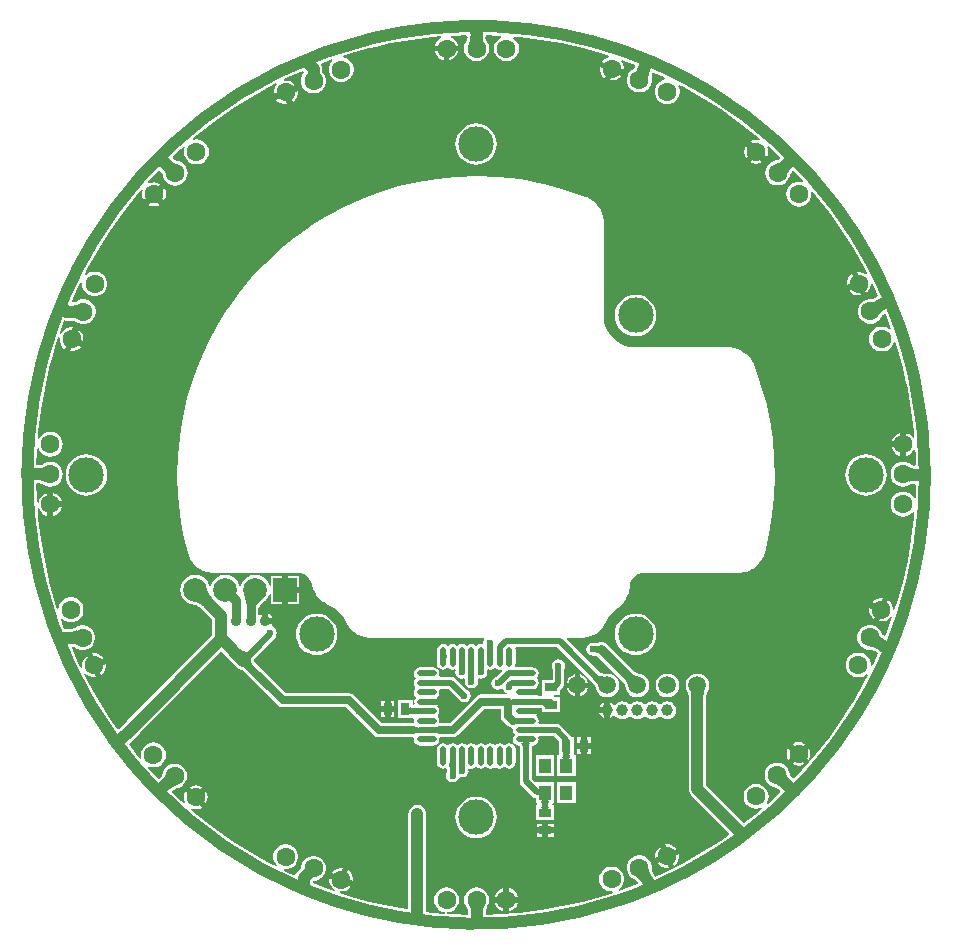
<source format=gbl>
G04*
G04 #@! TF.GenerationSoftware,Altium Limited,Altium Designer,18.1.7 (191)*
G04*
G04 Layer_Physical_Order=2*
G04 Layer_Color=16711680*
%FSLAX42Y42*%
%MOMM*%
G71*
G01*
G75*
%ADD21R,1.02X0.75*%
%ADD22R,0.75X1.02*%
%ADD25C,1.60*%
%ADD26C,1.50*%
%ADD27C,2.00*%
%ADD28R,2.00X2.00*%
%ADD29C,3.00*%
%ADD30C,0.90*%
%ADD31C,1.00*%
%ADD33C,0.50*%
%ADD34C,0.40*%
%ADD35C,0.70*%
%ADD37C,1.00*%
%ADD38C,0.80*%
%ADD39C,0.60*%
%ADD40C,0.70*%
%ADD41R,1.10X1.30*%
%ADD42O,1.65X0.55*%
%ADD43O,0.55X1.65*%
G36*
X3903Y7562D02*
X3904Y7546D01*
X3905Y7539D01*
X3906Y7533D01*
X3908Y7527D01*
X3909Y7521D01*
X3911Y7516D01*
X3914Y7512D01*
X3916Y7508D01*
X3789D01*
X3791Y7512D01*
X3794Y7516D01*
X3796Y7521D01*
X3797Y7527D01*
X3799Y7533D01*
X3800Y7539D01*
X3801Y7546D01*
X3802Y7562D01*
X3803Y7570D01*
X3903D01*
X3903Y7562D01*
D02*
G37*
G36*
X3773Y7568D02*
X3777Y7560D01*
X3776Y7549D01*
X3775Y7544D01*
X3774Y7539D01*
X3773Y7534D01*
X3772Y7530D01*
X3771Y7527D01*
X3769Y7525D01*
X3767Y7522D01*
X3767Y7521D01*
X3761Y7513D01*
X3750Y7487D01*
X3747Y7460D01*
X3750Y7433D01*
X3761Y7407D01*
X3778Y7385D01*
X3800Y7368D01*
X3825Y7358D01*
X3853Y7354D01*
X3880Y7358D01*
X3905Y7368D01*
X3927Y7385D01*
X3944Y7407D01*
X3955Y7433D01*
X3958Y7460D01*
X3955Y7487D01*
X3944Y7513D01*
X3938Y7521D01*
X3938Y7522D01*
X3936Y7525D01*
X3934Y7527D01*
X3933Y7530D01*
X3932Y7534D01*
X3931Y7539D01*
X3930Y7544D01*
X3929Y7549D01*
X3928Y7560D01*
X3932Y7568D01*
X3937Y7573D01*
X4033Y7570D01*
X4060Y7568D01*
X4063Y7555D01*
X4054Y7552D01*
X4032Y7535D01*
X4015Y7513D01*
X4004Y7487D01*
X4001Y7460D01*
X4004Y7433D01*
X4015Y7407D01*
X4032Y7385D01*
X4054Y7368D01*
X4079Y7358D01*
X4106Y7354D01*
X4134Y7358D01*
X4159Y7368D01*
X4181Y7385D01*
X4198Y7407D01*
X4209Y7433D01*
X4212Y7460D01*
X4209Y7487D01*
X4198Y7513D01*
X4181Y7535D01*
X4164Y7548D01*
X4169Y7560D01*
X4215Y7557D01*
X4397Y7535D01*
X4577Y7503D01*
X4755Y7463D01*
X4931Y7414D01*
X4975Y7400D01*
X4974Y7387D01*
X4959Y7383D01*
X4936Y7370D01*
X4918Y7351D01*
X4917Y7350D01*
X5007Y7313D01*
X5098Y7275D01*
X5098Y7277D01*
X5098Y7303D01*
X5091Y7328D01*
X5078Y7351D01*
X5076Y7353D01*
X5082Y7365D01*
X5105Y7357D01*
X5193Y7323D01*
X5199Y7307D01*
X5198Y7305D01*
X5195Y7300D01*
X5192Y7296D01*
X5189Y7292D01*
X5187Y7289D01*
X5184Y7287D01*
X5182Y7285D01*
X5179Y7283D01*
X5178Y7282D01*
X5168Y7277D01*
X5148Y7257D01*
X5135Y7233D01*
X5128Y7206D01*
Y7179D01*
X5135Y7152D01*
X5148Y7128D01*
X5168Y7108D01*
X5192Y7095D01*
X5219Y7088D01*
X5246D01*
X5273Y7095D01*
X5297Y7108D01*
X5317Y7128D01*
X5330Y7152D01*
X5338Y7179D01*
Y7206D01*
X5335Y7214D01*
X5335Y7216D01*
X5335Y7219D01*
X5335Y7222D01*
X5335Y7225D01*
X5335Y7229D01*
X5336Y7233D01*
X5337Y7238D01*
X5338Y7244D01*
X5340Y7249D01*
X5355Y7256D01*
X5443Y7217D01*
X5452Y7212D01*
X5450Y7199D01*
X5427Y7193D01*
X5403Y7179D01*
X5383Y7160D01*
X5369Y7136D01*
X5362Y7109D01*
Y7081D01*
X5369Y7055D01*
X5383Y7031D01*
X5403Y7011D01*
X5427Y6997D01*
X5453Y6990D01*
X5481D01*
X5508Y6997D01*
X5532Y7011D01*
X5551Y7031D01*
X5565Y7055D01*
X5572Y7081D01*
Y7109D01*
X5565Y7136D01*
X5560Y7144D01*
X5565Y7150D01*
X5570Y7153D01*
X5606Y7135D01*
X5765Y7045D01*
X5798Y7024D01*
X5919Y6947D01*
X6069Y6842D01*
X6213Y6729D01*
X6250Y6697D01*
X6245Y6685D01*
X6223Y6688D01*
X6197Y6685D01*
X6172Y6674D01*
X6172Y6674D01*
X6241Y6605D01*
X6310Y6536D01*
X6310Y6537D01*
X6320Y6561D01*
X6324Y6587D01*
X6320Y6613D01*
X6316Y6624D01*
X6327Y6631D01*
X6351Y6610D01*
X6422Y6543D01*
X6420Y6527D01*
X6417Y6524D01*
X6412Y6521D01*
X6408Y6518D01*
X6404Y6516D01*
X6400Y6515D01*
X6397Y6514D01*
X6394Y6513D01*
X6391Y6512D01*
X6389Y6512D01*
X6375Y6510D01*
X6350Y6499D01*
X6328Y6482D01*
X6311Y6460D01*
X6300Y6435D01*
X6297Y6407D01*
X6300Y6380D01*
X6311Y6355D01*
X6328Y6333D01*
X6350Y6316D01*
X6375Y6305D01*
X6403Y6302D01*
X6430Y6305D01*
X6455Y6316D01*
X6477Y6333D01*
X6494Y6355D01*
X6505Y6380D01*
X6506Y6386D01*
X6506Y6387D01*
X6507Y6390D01*
X6508Y6392D01*
X6509Y6395D01*
X6511Y6399D01*
X6513Y6403D01*
X6516Y6407D01*
X6520Y6411D01*
X6528Y6419D01*
X6541Y6424D01*
X6610Y6351D01*
X6620Y6339D01*
X6613Y6329D01*
X6610Y6330D01*
X6582Y6334D01*
X6555Y6330D01*
X6529Y6320D01*
X6507Y6303D01*
X6490Y6281D01*
X6480Y6255D01*
X6476Y6228D01*
X6480Y6200D01*
X6490Y6175D01*
X6507Y6153D01*
X6529Y6136D01*
X6555Y6126D01*
X6582Y6122D01*
X6610Y6126D01*
X6635Y6136D01*
X6657Y6153D01*
X6674Y6175D01*
X6684Y6200D01*
X6688Y6228D01*
X6686Y6244D01*
X6698Y6249D01*
X6729Y6213D01*
X6838Y6073D01*
X6842Y6069D01*
X6947Y5919D01*
X7045Y5765D01*
X7135Y5606D01*
X7158Y5561D01*
X7148Y5552D01*
X7129Y5563D01*
X7103Y5570D01*
X7077Y5570D01*
X7076Y5569D01*
X7113Y5479D01*
X7151Y5389D01*
X7152Y5390D01*
X7170Y5408D01*
X7183Y5431D01*
X7190Y5456D01*
Y5468D01*
X7203Y5471D01*
X7217Y5443D01*
X7253Y5361D01*
X7238Y5352D01*
X7226Y5346D01*
X7221Y5344D01*
X7216Y5342D01*
X7211Y5341D01*
X7208Y5340D01*
X7204Y5340D01*
X7202Y5340D01*
X7201Y5340D01*
X7174D01*
X7147Y5333D01*
X7123Y5319D01*
X7103Y5299D01*
X7090Y5276D01*
X7082Y5249D01*
Y5221D01*
X7090Y5194D01*
X7103Y5171D01*
X7123Y5151D01*
X7147Y5137D01*
X7174Y5130D01*
X7201D01*
X7228Y5137D01*
X7252Y5151D01*
X7272Y5171D01*
X7285Y5194D01*
X7286Y5196D01*
X7287Y5198D01*
X7289Y5201D01*
X7292Y5204D01*
X7295Y5207D01*
X7299Y5210D01*
X7302Y5213D01*
X7311Y5212D01*
X7316Y5211D01*
X7357Y5105D01*
X7360Y5095D01*
X7360Y5095D01*
X7360Y5095D01*
X7362Y5089D01*
X7351Y5082D01*
X7349Y5084D01*
X7325Y5098D01*
X7299Y5105D01*
X7271D01*
X7244Y5098D01*
X7220Y5084D01*
X7201Y5065D01*
X7187Y5041D01*
X7180Y5014D01*
Y4987D01*
X7187Y4960D01*
X7201Y4936D01*
X7220Y4916D01*
X7244Y4902D01*
X7271Y4895D01*
X7299D01*
X7325Y4902D01*
X7349Y4916D01*
X7369Y4936D01*
X7383Y4960D01*
X7387Y4975D01*
X7400Y4975D01*
X7414Y4931D01*
X7463Y4755D01*
X7484Y4665D01*
X7503Y4577D01*
X7535Y4397D01*
X7557Y4215D01*
X7560Y4170D01*
X7548Y4165D01*
X7536Y4180D01*
X7515Y4196D01*
X7491Y4206D01*
X7490Y4207D01*
Y4109D01*
Y4011D01*
X7491Y4012D01*
X7515Y4022D01*
X7536Y4038D01*
X7552Y4059D01*
X7555Y4065D01*
X7568Y4063D01*
X7570Y4033D01*
X7573Y3939D01*
X7560Y3928D01*
X7557Y3929D01*
X7551Y3930D01*
X7546Y3931D01*
X7542Y3932D01*
X7538Y3933D01*
X7535Y3935D01*
X7533Y3936D01*
X7530Y3938D01*
X7528Y3939D01*
X7518Y3947D01*
X7492Y3957D01*
X7465Y3961D01*
X7438Y3957D01*
X7412Y3947D01*
X7390Y3930D01*
X7373Y3908D01*
X7363Y3882D01*
X7359Y3855D01*
X7363Y3828D01*
X7373Y3802D01*
X7390Y3780D01*
X7412Y3763D01*
X7438Y3753D01*
X7465Y3749D01*
X7492Y3753D01*
X7518Y3763D01*
X7523Y3768D01*
X7524Y3768D01*
X7527Y3770D01*
X7530Y3771D01*
X7533Y3772D01*
X7537Y3773D01*
X7541Y3774D01*
X7546Y3775D01*
X7552Y3776D01*
X7560Y3776D01*
X7573Y3767D01*
X7570Y3667D01*
X7570Y3656D01*
X7557Y3654D01*
X7557Y3654D01*
X7540Y3676D01*
X7518Y3693D01*
X7492Y3703D01*
X7465Y3707D01*
X7438Y3703D01*
X7412Y3693D01*
X7390Y3676D01*
X7373Y3654D01*
X7363Y3628D01*
X7359Y3601D01*
X7363Y3574D01*
X7373Y3548D01*
X7390Y3526D01*
X7412Y3509D01*
X7438Y3499D01*
X7465Y3495D01*
X7492Y3499D01*
X7518Y3509D01*
X7540Y3526D01*
X7548Y3537D01*
X7560Y3532D01*
X7557Y3485D01*
X7535Y3303D01*
X7503Y3123D01*
X7463Y2945D01*
X7414Y2769D01*
X7392Y2702D01*
X7380Y2704D01*
X7380Y2723D01*
X7373Y2748D01*
X7360Y2771D01*
X7341Y2790D01*
X7340Y2790D01*
X7303Y2700D01*
X7265Y2610D01*
X7267Y2610D01*
X7293Y2610D01*
X7318Y2616D01*
X7341Y2630D01*
X7360Y2648D01*
X7363Y2655D01*
X7375Y2649D01*
X7357Y2595D01*
X7318Y2493D01*
X7302Y2489D01*
X7299Y2491D01*
X7295Y2495D01*
X7291Y2498D01*
X7288Y2502D01*
X7285Y2505D01*
X7284Y2507D01*
X7282Y2510D01*
X7281Y2512D01*
X7280Y2516D01*
X7267Y2539D01*
X7247Y2559D01*
X7223Y2573D01*
X7196Y2580D01*
X7169D01*
X7142Y2573D01*
X7118Y2559D01*
X7098Y2539D01*
X7085Y2516D01*
X7078Y2489D01*
Y2461D01*
X7085Y2434D01*
X7098Y2411D01*
X7118Y2391D01*
X7142Y2377D01*
X7169Y2370D01*
X7187D01*
X7189Y2370D01*
X7192Y2370D01*
X7195Y2370D01*
X7198Y2369D01*
X7202Y2368D01*
X7206Y2367D01*
X7211Y2365D01*
X7216Y2362D01*
X7228Y2356D01*
X7253Y2339D01*
X7217Y2257D01*
X7203Y2229D01*
X7190Y2232D01*
Y2254D01*
X7183Y2281D01*
X7169Y2305D01*
X7150Y2324D01*
X7126Y2338D01*
X7099Y2345D01*
X7071D01*
X7045Y2338D01*
X7021Y2324D01*
X7001Y2305D01*
X6987Y2281D01*
X6980Y2254D01*
Y2227D01*
X6987Y2200D01*
X7001Y2176D01*
X7021Y2156D01*
X7045Y2142D01*
X7071Y2135D01*
X7099D01*
X7126Y2142D01*
X7150Y2156D01*
X7154Y2161D01*
X7165Y2154D01*
X7135Y2094D01*
X7045Y1935D01*
X7009Y1878D01*
X6947Y1781D01*
X6842Y1631D01*
X6729Y1487D01*
X6613Y1352D01*
X6612Y1352D01*
X6609Y1348D01*
X6546Y1281D01*
X6533Y1281D01*
X6526Y1288D01*
X6517Y1299D01*
X6514Y1303D01*
X6511Y1307D01*
X6509Y1311D01*
X6507Y1315D01*
X6506Y1318D01*
X6505Y1320D01*
X6504Y1324D01*
X6504Y1325D01*
X6502Y1335D01*
X6492Y1360D01*
X6475Y1382D01*
X6453Y1399D01*
X6427Y1410D01*
X6400Y1413D01*
X6373Y1410D01*
X6347Y1399D01*
X6325Y1382D01*
X6308Y1360D01*
X6298Y1335D01*
X6294Y1307D01*
X6298Y1280D01*
X6308Y1255D01*
X6325Y1233D01*
X6347Y1216D01*
X6373Y1205D01*
X6382Y1204D01*
X6384Y1203D01*
X6387Y1203D01*
X6390Y1202D01*
X6393Y1201D01*
X6396Y1199D01*
X6400Y1197D01*
X6404Y1194D01*
X6409Y1190D01*
X6419Y1181D01*
X6426Y1174D01*
X6426Y1161D01*
X6351Y1090D01*
X6317Y1060D01*
X6307Y1069D01*
X6312Y1075D01*
X6323Y1100D01*
X6326Y1128D01*
X6323Y1155D01*
X6312Y1181D01*
X6295Y1203D01*
X6273Y1220D01*
X6248Y1230D01*
X6220Y1234D01*
X6193Y1230D01*
X6167Y1220D01*
X6146Y1203D01*
X6129Y1181D01*
X6118Y1155D01*
X6114Y1128D01*
X6118Y1100D01*
X6129Y1075D01*
X6146Y1053D01*
X6167Y1036D01*
X6193Y1026D01*
X6220Y1022D01*
X6248Y1026D01*
X6266Y1033D01*
X6273Y1022D01*
X6213Y971D01*
X6122Y900D01*
X5800Y1223D01*
Y1973D01*
X5800Y1982D01*
X5800Y1988D01*
X5802Y1998D01*
X5802Y2002D01*
X5803Y2005D01*
X5804Y2007D01*
X5804Y2008D01*
X5805Y2009D01*
X5806Y2010D01*
X5811Y2017D01*
X5821Y2041D01*
X5824Y2067D01*
X5821Y2094D01*
X5811Y2118D01*
X5795Y2139D01*
X5774Y2155D01*
X5750Y2165D01*
X5724Y2168D01*
X5697Y2165D01*
X5673Y2155D01*
X5652Y2139D01*
X5636Y2118D01*
X5626Y2094D01*
X5623Y2067D01*
X5626Y2041D01*
X5636Y2017D01*
X5642Y2010D01*
X5642Y2008D01*
X5643Y2007D01*
X5644Y2006D01*
X5645Y2004D01*
X5646Y2001D01*
X5646Y1997D01*
X5647Y1993D01*
X5648Y1974D01*
Y1191D01*
X5651Y1172D01*
X5658Y1153D01*
X5671Y1138D01*
X5992Y816D01*
X5989Y802D01*
X5919Y753D01*
X5765Y655D01*
X5606Y565D01*
X5443Y483D01*
X5365Y448D01*
X5349Y476D01*
X5347Y481D01*
X5341Y493D01*
X5340Y498D01*
X5339Y502D01*
X5338Y506D01*
X5337Y509D01*
X5337Y510D01*
X5338Y511D01*
Y539D01*
X5330Y566D01*
X5317Y589D01*
X5297Y609D01*
X5273Y623D01*
X5246Y630D01*
X5219D01*
X5192Y623D01*
X5168Y609D01*
X5148Y589D01*
X5135Y566D01*
X5128Y539D01*
Y511D01*
X5135Y484D01*
X5148Y461D01*
X5168Y441D01*
X5192Y427D01*
X5194Y427D01*
X5194Y427D01*
X5196Y425D01*
X5199Y423D01*
X5202Y420D01*
X5205Y417D01*
X5209Y413D01*
X5212Y409D01*
X5218Y400D01*
X5217Y389D01*
X5216Y386D01*
X5105Y343D01*
X5061Y328D01*
X5056Y340D01*
X5062Y344D01*
X5082Y363D01*
X5096Y387D01*
X5103Y414D01*
Y442D01*
X5096Y468D01*
X5082Y492D01*
X5062Y512D01*
X5038Y526D01*
X5012Y533D01*
X4984D01*
X4957Y526D01*
X4933Y512D01*
X4914Y492D01*
X4900Y468D01*
X4893Y442D01*
Y414D01*
X4900Y387D01*
X4914Y363D01*
X4933Y344D01*
X4957Y330D01*
X4984Y323D01*
X5004D01*
X5006Y310D01*
X4931Y286D01*
X4755Y237D01*
X4707Y226D01*
Y226D01*
X4577Y197D01*
X4397Y165D01*
X4215Y143D01*
X4033Y130D01*
X3945Y127D01*
X3936Y136D01*
Y158D01*
X3936Y171D01*
X3938Y183D01*
X3938Y187D01*
X3939Y190D01*
X3940Y193D01*
X3940Y194D01*
X3941Y196D01*
X3941Y196D01*
X3944Y200D01*
X3955Y225D01*
X3958Y253D01*
X3955Y280D01*
X3944Y305D01*
X3927Y327D01*
X3905Y344D01*
X3880Y355D01*
X3853Y358D01*
X3825Y355D01*
X3800Y344D01*
X3778Y327D01*
X3761Y305D01*
X3750Y280D01*
X3747Y253D01*
X3750Y225D01*
X3761Y200D01*
X3770Y187D01*
X3771Y185D01*
X3774Y182D01*
X3776Y179D01*
X3778Y175D01*
X3779Y171D01*
X3781Y167D01*
X3782Y162D01*
X3783Y157D01*
X3784Y143D01*
X3784Y143D01*
Y136D01*
X3775Y127D01*
X3667Y130D01*
X3603Y134D01*
X3603Y147D01*
X3626Y150D01*
X3651Y161D01*
X3673Y178D01*
X3690Y200D01*
X3701Y225D01*
X3704Y253D01*
X3701Y280D01*
X3690Y305D01*
X3673Y327D01*
X3651Y344D01*
X3626Y355D01*
X3599Y358D01*
X3571Y355D01*
X3546Y344D01*
X3524Y327D01*
X3507Y305D01*
X3496Y280D01*
X3493Y253D01*
X3496Y225D01*
X3507Y200D01*
X3524Y178D01*
X3546Y161D01*
X3571Y150D01*
X3584Y149D01*
X3583Y136D01*
X3485Y143D01*
X3478Y144D01*
X3428Y150D01*
Y921D01*
X3428Y934D01*
X3428Y938D01*
X3428Y939D01*
X3428Y940D01*
X3429Y942D01*
X3428Y944D01*
X3429Y945D01*
X3428Y947D01*
Y980D01*
X3426Y1000D01*
X3418Y1018D01*
X3406Y1033D01*
X3390Y1046D01*
X3372Y1053D01*
X3353Y1056D01*
X3333Y1053D01*
X3315Y1046D01*
X3299Y1033D01*
X3287Y1018D01*
X3279Y1000D01*
X3277Y980D01*
Y945D01*
X3276Y942D01*
X3276Y942D01*
X3276Y941D01*
X3277Y910D01*
Y180D01*
X3267Y172D01*
X3123Y197D01*
X2945Y237D01*
X2769Y286D01*
X2694Y310D01*
X2696Y323D01*
X2720Y323D01*
X2746Y330D01*
X2769Y343D01*
X2787Y361D01*
X2788Y362D01*
X2698Y400D01*
X2607Y437D01*
X2607Y436D01*
X2607Y410D01*
X2614Y384D01*
X2627Y361D01*
X2646Y343D01*
X2659Y335D01*
X2654Y324D01*
X2595Y343D01*
X2468Y392D01*
Y408D01*
X2469Y409D01*
X2476Y414D01*
X2477Y415D01*
X2486D01*
X2513Y422D01*
X2537Y436D01*
X2557Y456D01*
X2570Y479D01*
X2577Y506D01*
Y534D01*
X2570Y561D01*
X2557Y584D01*
X2537Y604D01*
X2513Y618D01*
X2486Y625D01*
X2459D01*
X2432Y618D01*
X2408Y604D01*
X2388Y584D01*
X2375Y561D01*
X2367Y534D01*
Y525D01*
X2348Y502D01*
X2339Y493D01*
X2327Y478D01*
X2323Y468D01*
X2308Y460D01*
X2257Y483D01*
X2224Y500D01*
X2227Y512D01*
X2252D01*
X2278Y519D01*
X2302Y533D01*
X2322Y553D01*
X2336Y577D01*
X2343Y603D01*
Y631D01*
X2336Y658D01*
X2322Y682D01*
X2302Y701D01*
X2278Y715D01*
X2252Y722D01*
X2224D01*
X2197Y715D01*
X2173Y701D01*
X2154Y682D01*
X2140Y658D01*
X2133Y631D01*
Y603D01*
X2140Y577D01*
X2154Y553D01*
X2161Y546D01*
X2154Y535D01*
X2094Y565D01*
X1935Y655D01*
X1781Y753D01*
X1631Y858D01*
X1487Y971D01*
X1434Y1016D01*
X1441Y1027D01*
X1451Y1023D01*
X1477Y1020D01*
X1503Y1023D01*
X1528Y1033D01*
X1528Y1034D01*
X1459Y1103D01*
X1390Y1172D01*
X1390Y1171D01*
X1380Y1147D01*
X1376Y1120D01*
X1380Y1094D01*
X1384Y1084D01*
X1376Y1069D01*
X1374Y1068D01*
X1349Y1090D01*
X1276Y1159D01*
X1276Y1172D01*
X1278Y1174D01*
X1289Y1183D01*
X1293Y1186D01*
X1297Y1189D01*
X1301Y1191D01*
X1305Y1193D01*
X1308Y1194D01*
X1310Y1195D01*
X1314Y1196D01*
X1315Y1196D01*
X1325Y1198D01*
X1350Y1208D01*
X1372Y1225D01*
X1389Y1247D01*
X1400Y1273D01*
X1403Y1300D01*
X1400Y1327D01*
X1389Y1353D01*
X1372Y1375D01*
X1350Y1392D01*
X1325Y1402D01*
X1298Y1406D01*
X1270Y1402D01*
X1245Y1392D01*
X1223Y1375D01*
X1206Y1353D01*
X1195Y1327D01*
X1194Y1318D01*
X1193Y1316D01*
X1193Y1313D01*
X1192Y1310D01*
X1191Y1307D01*
X1189Y1304D01*
X1187Y1300D01*
X1184Y1296D01*
X1180Y1291D01*
X1172Y1281D01*
X1169Y1279D01*
X1156Y1279D01*
X1090Y1349D01*
X1070Y1372D01*
X1077Y1383D01*
X1090Y1377D01*
X1118Y1374D01*
X1145Y1377D01*
X1171Y1388D01*
X1193Y1405D01*
X1210Y1427D01*
X1220Y1452D01*
X1224Y1480D01*
X1220Y1507D01*
X1210Y1533D01*
X1193Y1554D01*
X1171Y1571D01*
X1145Y1582D01*
X1118Y1586D01*
X1090Y1582D01*
X1065Y1571D01*
X1043Y1554D01*
X1026Y1533D01*
X1016Y1507D01*
X1012Y1480D01*
X1015Y1455D01*
X1009Y1450D01*
X1004Y1448D01*
X971Y1487D01*
X907Y1569D01*
X1002Y1665D01*
X1004Y1667D01*
X1693Y2356D01*
X1827Y2222D01*
X1842Y2210D01*
X1861Y2202D01*
X1868Y2201D01*
X2169Y1899D01*
X2189Y1886D01*
X2213Y1881D01*
X2750D01*
X2984Y1647D01*
X3004Y1633D01*
X3027Y1629D01*
X3312D01*
X3323Y1618D01*
X3321Y1610D01*
X3326Y1590D01*
X3337Y1572D01*
X3355Y1561D01*
X3375Y1556D01*
X3485D01*
X3505Y1561D01*
X3523Y1572D01*
X3534Y1590D01*
X3539Y1610D01*
X3537Y1618D01*
X3547Y1629D01*
X3650D01*
X3673Y1633D01*
X3693Y1647D01*
X3915Y1869D01*
X4059D01*
Y1810D01*
X4063Y1787D01*
X4077Y1767D01*
X4117Y1727D01*
X4137Y1713D01*
X4153Y1710D01*
X4163Y1697D01*
X4161Y1690D01*
X4166Y1670D01*
X4177Y1652D01*
Y1648D01*
X4166Y1630D01*
X4161Y1610D01*
X4166Y1590D01*
X4177Y1572D01*
X4195Y1561D01*
X4215Y1556D01*
X4217D01*
X4218Y1553D01*
X4219Y1547D01*
X4219Y1544D01*
Y1255D01*
X4223Y1235D01*
X4234Y1219D01*
X4326Y1126D01*
X4343Y1115D01*
X4353Y1114D01*
Y1068D01*
X4365D01*
X4369Y1061D01*
X4364Y1052D01*
X4360D01*
Y1027D01*
X4360Y1026D01*
X4360Y1025D01*
Y1023D01*
X4360Y1023D01*
X4360Y1023D01*
Y927D01*
X4512D01*
Y1052D01*
X4501D01*
X4496Y1060D01*
X4501Y1068D01*
X4512D01*
Y1248D01*
X4353D01*
X4353Y1248D01*
Y1248D01*
X4343Y1254D01*
X4321Y1276D01*
Y1544D01*
X4321Y1547D01*
X4322Y1553D01*
X4323Y1556D01*
X4325D01*
X4345Y1561D01*
X4363Y1572D01*
X4374Y1590D01*
X4379Y1610D01*
X4375Y1626D01*
X4383Y1639D01*
X4509D01*
X4551Y1598D01*
Y1507D01*
X4551Y1506D01*
X4551Y1505D01*
Y1481D01*
X4540Y1477D01*
X4533D01*
Y1298D01*
X4692D01*
Y1477D01*
X4687D01*
X4676Y1481D01*
Y1505D01*
X4676Y1506D01*
X4676Y1507D01*
Y1632D01*
X4657D01*
X4650Y1643D01*
X4567Y1726D01*
X4550Y1737D01*
X4531Y1741D01*
X4383D01*
X4375Y1754D01*
X4379Y1770D01*
X4374Y1790D01*
X4365Y1804D01*
X4359Y1816D01*
X4365Y1825D01*
X4270D01*
Y1875D01*
X4375D01*
X4378Y1879D01*
X4393D01*
X4397Y1879D01*
X4402Y1878D01*
X4406Y1877D01*
X4407Y1876D01*
Y1841D01*
X4558D01*
Y1966D01*
X4519D01*
X4519Y1966D01*
X4513Y1970D01*
X4510Y1987D01*
X4512Y1989D01*
X4558D01*
Y2028D01*
X4584Y2053D01*
X4595Y2070D01*
X4598Y2090D01*
Y2210D01*
X4599Y2211D01*
X4604Y2233D01*
X4599Y2254D01*
X4587Y2272D01*
X4569Y2284D01*
X4547Y2289D01*
X4526Y2284D01*
X4508Y2272D01*
X4496Y2254D01*
X4491Y2233D01*
X4496Y2211D01*
X4497Y2210D01*
Y2114D01*
X4407D01*
Y1994D01*
X4407Y1989D01*
X4397Y1981D01*
X4377D01*
X4375Y1985D01*
X4270D01*
Y2035D01*
X4365D01*
X4359Y2044D01*
X4365Y2056D01*
X4374Y2070D01*
X4379Y2090D01*
X4374Y2110D01*
X4363Y2128D01*
Y2132D01*
X4374Y2150D01*
X4379Y2170D01*
X4374Y2190D01*
X4363Y2208D01*
X4345Y2219D01*
X4325Y2224D01*
X4215D01*
X4207Y2222D01*
X4186Y2221D01*
X4179Y2234D01*
X4179Y2235D01*
X4184Y2255D01*
Y2365D01*
X4180Y2381D01*
X4188Y2394D01*
X4536D01*
X4842Y2088D01*
X4843Y2087D01*
X4846Y2083D01*
X4852Y2073D01*
X4854Y2067D01*
X4863Y2045D01*
X4864Y2043D01*
X4864Y2041D01*
X4865Y2039D01*
X4866Y2037D01*
X4866Y2036D01*
X4874Y2017D01*
X4890Y1996D01*
X4911Y1980D01*
X4935Y1970D01*
X4962Y1967D01*
X4988Y1970D01*
X5012Y1980D01*
X5033Y1996D01*
X5049Y2017D01*
X5059Y2041D01*
X5062Y2067D01*
X5059Y2094D01*
X5049Y2118D01*
X5033Y2139D01*
X5012Y2155D01*
X4988Y2165D01*
X4962Y2168D01*
X4958Y2168D01*
X4948Y2168D01*
X4938Y2168D01*
X4919Y2169D01*
X4913Y2170D01*
X4907Y2172D01*
X4903Y2173D01*
X4900Y2174D01*
X4616Y2458D01*
X4621Y2469D01*
X4742D01*
X4743Y2470D01*
X4745Y2470D01*
X4791Y2475D01*
X4795Y2476D01*
X4798Y2477D01*
X4842Y2492D01*
X4845Y2494D01*
X4848Y2496D01*
X4887Y2521D01*
X4889Y2523D01*
X4892Y2525D01*
X4924Y2559D01*
X4926Y2562D01*
X4928Y2565D01*
X4951Y2605D01*
X4952Y2605D01*
X4952Y2605D01*
X4978Y2652D01*
X5010Y2691D01*
X5051Y2724D01*
X5051Y2725D01*
X5051Y2725D01*
X5087Y2756D01*
X5089Y2758D01*
X5091Y2761D01*
X5119Y2799D01*
X5120Y2802D01*
X5122Y2805D01*
X5140Y2848D01*
X5140Y2852D01*
X5142Y2855D01*
X5149Y2901D01*
X5149Y2901D01*
X5149Y2901D01*
X5153Y2930D01*
X5163Y2955D01*
X5177Y2976D01*
X5196Y2994D01*
X5218Y3008D01*
X5243Y3016D01*
X5270Y3019D01*
X6070D01*
X6072Y3020D01*
X6074Y3020D01*
X6117Y3024D01*
X6120Y3025D01*
X6123Y3026D01*
X6165Y3040D01*
X6167Y3041D01*
X6171Y3043D01*
X6208Y3065D01*
X6210Y3067D01*
X6213Y3069D01*
X6245Y3099D01*
X6246Y3102D01*
X6249Y3104D01*
X6273Y3140D01*
X6274Y3143D01*
X6276Y3146D01*
X6292Y3187D01*
X6292Y3189D01*
X6293Y3191D01*
X6330Y3347D01*
X6330Y3348D01*
X6330Y3349D01*
X6357Y3507D01*
X6357Y3508D01*
X6358Y3509D01*
X6374Y3669D01*
X6374Y3670D01*
X6374Y3671D01*
X6381Y3831D01*
X6380Y3832D01*
X6381Y3833D01*
X6376Y3994D01*
X6376Y3995D01*
X6376Y3996D01*
X6362Y4156D01*
X6362Y4157D01*
X6362Y4158D01*
X6337Y4317D01*
X6337Y4317D01*
X6337Y4318D01*
X6302Y4475D01*
X6302Y4476D01*
X6302Y4477D01*
X6257Y4631D01*
X6256Y4632D01*
X6256Y4633D01*
X6202Y4784D01*
X6201Y4786D01*
X6200Y4789D01*
X6177Y4830D01*
X6175Y4833D01*
X6173Y4836D01*
X6141Y4872D01*
X6138Y4874D01*
X6136Y4876D01*
X6096Y4903D01*
X6093Y4904D01*
X6090Y4906D01*
X6045Y4923D01*
X6042Y4924D01*
X6038Y4925D01*
X5991Y4930D01*
X5989Y4930D01*
X5987Y4931D01*
X5202D01*
X5147Y4936D01*
X5097Y4951D01*
X5050Y4976D01*
X5010Y5010D01*
X4976Y5050D01*
X4951Y5097D01*
X4936Y5147D01*
X4931Y5202D01*
Y5987D01*
X4930Y5989D01*
X4930Y5991D01*
X4925Y6038D01*
X4924Y6042D01*
X4923Y6045D01*
X4906Y6090D01*
X4904Y6093D01*
X4903Y6096D01*
X4876Y6136D01*
X4874Y6138D01*
X4872Y6141D01*
X4836Y6173D01*
X4833Y6175D01*
X4830Y6177D01*
X4789Y6200D01*
X4786Y6201D01*
X4784Y6202D01*
X4606Y6265D01*
X4605Y6265D01*
X4604Y6266D01*
X4421Y6315D01*
X4420Y6315D01*
X4419Y6316D01*
X4233Y6351D01*
X4232Y6351D01*
X4231Y6352D01*
X4043Y6373D01*
X4041Y6373D01*
X4040Y6373D01*
X3851Y6381D01*
X3850Y6380D01*
X3849Y6381D01*
X3685Y6375D01*
X3684Y6375D01*
X3683Y6375D01*
X3520Y6359D01*
X3519Y6359D01*
X3518Y6359D01*
X3357Y6332D01*
X3356Y6332D01*
X3355Y6332D01*
X3195Y6294D01*
X3194Y6294D01*
X3193Y6294D01*
X3037Y6246D01*
X3036Y6246D01*
X3035Y6246D01*
X2881Y6188D01*
X2881Y6187D01*
X2880Y6187D01*
X2730Y6119D01*
X2730Y6119D01*
X2729Y6119D01*
X2584Y6041D01*
X2583Y6041D01*
X2583Y6040D01*
X2443Y5954D01*
X2443Y5953D01*
X2442Y5953D01*
X2309Y5857D01*
X2308Y5856D01*
X2307Y5856D01*
X2181Y5752D01*
X2180Y5751D01*
X2179Y5751D01*
X2060Y5638D01*
X2059Y5638D01*
X2058Y5637D01*
X1946Y5517D01*
X1946Y5517D01*
X1945Y5516D01*
X1841Y5389D01*
X1841Y5388D01*
X1840Y5388D01*
X1745Y5254D01*
X1744Y5253D01*
X1744Y5253D01*
X1657Y5113D01*
X1657Y5113D01*
X1656Y5112D01*
X1579Y4967D01*
X1579Y4966D01*
X1579Y4965D01*
X1511Y4816D01*
X1511Y4815D01*
X1510Y4814D01*
X1453Y4661D01*
X1453Y4660D01*
X1452Y4659D01*
X1405Y4502D01*
X1405Y4501D01*
X1404Y4500D01*
X1367Y4341D01*
X1367Y4340D01*
X1367Y4339D01*
X1341Y4177D01*
X1341Y4176D01*
X1340Y4175D01*
X1325Y4012D01*
X1325Y4011D01*
X1324Y4010D01*
X1319Y3846D01*
X1320Y3845D01*
X1319Y3844D01*
X1325Y3681D01*
X1325Y3680D01*
X1325Y3679D01*
X1342Y3516D01*
X1342Y3515D01*
X1342Y3514D01*
X1369Y3352D01*
X1369Y3351D01*
X1369Y3350D01*
X1407Y3191D01*
X1408Y3189D01*
X1408Y3187D01*
X1424Y3146D01*
X1426Y3143D01*
X1427Y3140D01*
X1451Y3104D01*
X1454Y3102D01*
X1455Y3099D01*
X1487Y3069D01*
X1490Y3067D01*
X1492Y3065D01*
X1529Y3043D01*
X1533Y3041D01*
X1535Y3040D01*
X1577Y3026D01*
X1580Y3025D01*
X1583Y3024D01*
X1626Y3020D01*
X1628Y3020D01*
X1630Y3019D01*
X2340D01*
X2369Y3016D01*
X2395Y3007D01*
X2418Y2992D01*
X2437Y2972D01*
X2451Y2948D01*
X2460Y2919D01*
X2471Y2880D01*
X2472Y2878D01*
X2473Y2875D01*
X2492Y2839D01*
X2494Y2837D01*
X2495Y2834D01*
X2521Y2803D01*
X2523Y2801D01*
X2525Y2799D01*
X2556Y2773D01*
X2559Y2772D01*
X2562Y2770D01*
X2597Y2751D01*
X2597Y2751D01*
X2597Y2751D01*
X2646Y2726D01*
X2687Y2693D01*
X2721Y2653D01*
X2748Y2605D01*
X2748Y2605D01*
X2749Y2605D01*
X2772Y2565D01*
X2774Y2562D01*
X2776Y2559D01*
X2808Y2525D01*
X2811Y2523D01*
X2813Y2521D01*
X2852Y2496D01*
X2855Y2494D01*
X2858Y2492D01*
X2902Y2477D01*
X2905Y2476D01*
X2909Y2475D01*
X2955Y2470D01*
X2957Y2470D01*
X2958Y2469D01*
X3914D01*
X3920Y2458D01*
X3916Y2452D01*
X3912Y2430D01*
X3912Y2427D01*
X3901Y2416D01*
X3890Y2419D01*
X3870Y2414D01*
X3860Y2408D01*
X3850Y2404D01*
X3840Y2408D01*
X3830Y2414D01*
X3810Y2419D01*
X3790Y2414D01*
X3780Y2408D01*
X3770Y2404D01*
X3760Y2408D01*
X3750Y2414D01*
X3730Y2419D01*
X3710Y2414D01*
X3700Y2408D01*
X3690Y2404D01*
X3680Y2408D01*
X3670Y2414D01*
X3650Y2419D01*
X3630Y2414D01*
X3620Y2408D01*
X3610Y2404D01*
X3600Y2408D01*
X3590Y2414D01*
X3570Y2419D01*
X3550Y2414D01*
X3532Y2403D01*
X3521Y2385D01*
X3516Y2365D01*
Y2255D01*
X3521Y2235D01*
X3532Y2217D01*
X3550Y2206D01*
X3570Y2201D01*
X3590Y2206D01*
X3600Y2212D01*
X3610Y2216D01*
X3620Y2212D01*
X3630Y2206D01*
X3650Y2201D01*
X3666Y2205D01*
X3676Y2197D01*
X3677Y2195D01*
X3674Y2180D01*
X3678Y2159D01*
X3690Y2140D01*
X3709Y2128D01*
X3730Y2124D01*
X3746Y2127D01*
X3750Y2126D01*
X3756Y2119D01*
X3757Y2117D01*
X3754Y2100D01*
X3758Y2079D01*
X3770Y2060D01*
X3789Y2048D01*
X3810Y2044D01*
X3831Y2048D01*
X3850Y2060D01*
X3862Y2079D01*
X3866Y2100D01*
X3863Y2117D01*
X3864Y2119D01*
X3870Y2126D01*
X3874Y2127D01*
X3890Y2124D01*
X3911Y2128D01*
X3930Y2140D01*
X3942Y2159D01*
X3946Y2180D01*
X3943Y2195D01*
X3944Y2197D01*
X3954Y2205D01*
X3970Y2201D01*
X3990Y2206D01*
X4000Y2212D01*
X4010Y2216D01*
X4020Y2212D01*
X4030Y2206D01*
X4050Y2201D01*
X4057Y2203D01*
X4072Y2193D01*
X4072Y2190D01*
X4021Y2139D01*
X4011Y2137D01*
X3993Y2125D01*
X3981Y2106D01*
X3976Y2085D01*
X3981Y2064D01*
X3993Y2045D01*
X4011Y2033D01*
X4033Y2029D01*
X4054Y2033D01*
X4062Y2039D01*
X4076Y2036D01*
X4076Y2036D01*
X4088Y2018D01*
X4106Y2006D01*
X4115Y2004D01*
X4114Y1991D01*
X3890D01*
X3867Y1987D01*
X3847Y1973D01*
X3625Y1751D01*
X3547D01*
X3537Y1762D01*
X3539Y1770D01*
X3534Y1790D01*
X3528Y1800D01*
X3524Y1810D01*
X3528Y1820D01*
X3534Y1830D01*
X3539Y1850D01*
X3534Y1870D01*
X3525Y1884D01*
X3519Y1896D01*
X3525Y1905D01*
X3430D01*
Y1955D01*
X3525D01*
X3519Y1964D01*
X3525Y1976D01*
X3534Y1990D01*
X3539Y2010D01*
X3535Y2026D01*
X3543Y2039D01*
X3619D01*
X3698Y1960D01*
X3698Y1959D01*
X3710Y1940D01*
X3729Y1928D01*
X3750Y1924D01*
X3771Y1928D01*
X3790Y1940D01*
X3802Y1959D01*
X3806Y1980D01*
X3802Y2001D01*
X3790Y2020D01*
X3771Y2032D01*
X3770Y2032D01*
X3676Y2126D01*
X3660Y2137D01*
X3640Y2141D01*
X3543D01*
X3535Y2154D01*
X3539Y2170D01*
X3534Y2190D01*
X3523Y2208D01*
X3505Y2219D01*
X3485Y2224D01*
X3375D01*
X3355Y2219D01*
X3337Y2208D01*
X3326Y2190D01*
X3321Y2170D01*
X3326Y2150D01*
X3337Y2132D01*
Y2128D01*
X3326Y2110D01*
X3321Y2090D01*
X3326Y2070D01*
X3332Y2060D01*
X3336Y2050D01*
X3332Y2040D01*
X3326Y2030D01*
X3321Y2010D01*
X3326Y1990D01*
X3335Y1976D01*
X3341Y1964D01*
X3330Y1949D01*
X3327Y1930D01*
X3330Y1915D01*
X3322Y1905D01*
X3312Y1908D01*
Y1943D01*
X3186D01*
Y1792D01*
X3285D01*
X3286Y1792D01*
X3287Y1792D01*
X3288Y1792D01*
X3289Y1792D01*
X3312D01*
X3312Y1792D01*
X3314Y1791D01*
X3323Y1778D01*
X3321Y1770D01*
X3323Y1762D01*
X3312Y1751D01*
X3053D01*
X2818Y1986D01*
X2798Y1999D01*
X2775Y2004D01*
X2238D01*
X1981Y2261D01*
X1977Y2266D01*
X1973Y2273D01*
X1970Y2278D01*
X1969Y2283D01*
X1969Y2286D01*
X1969Y2289D01*
X1970Y2292D01*
X1970Y2292D01*
X2023Y2346D01*
X2141Y2464D01*
X2152Y2480D01*
X2154Y2489D01*
X2157Y2494D01*
X2161Y2515D01*
X2157Y2536D01*
X2145Y2555D01*
X2126Y2567D01*
X2124Y2567D01*
X2119Y2579D01*
X2122Y2582D01*
X2125Y2590D01*
X2065D01*
Y2615D01*
X2040D01*
Y2675D01*
X2032Y2672D01*
X2019Y2661D01*
X2018Y2661D01*
X2006Y2665D01*
Y2717D01*
X2006Y2720D01*
X2007Y2723D01*
X2008Y2727D01*
X2012Y2733D01*
X2016Y2739D01*
X2021Y2746D01*
X2028Y2753D01*
X2047Y2771D01*
X2058Y2780D01*
X2059Y2781D01*
X2068Y2788D01*
X2088Y2814D01*
X2101Y2845D01*
X2113Y2843D01*
Y2758D01*
X2208D01*
Y2877D01*
Y2998D01*
X2113D01*
Y2912D01*
X2101Y2910D01*
X2088Y2941D01*
X2068Y2967D01*
X2042Y2987D01*
X2012Y2999D01*
X1979Y3004D01*
X1946Y2999D01*
X1916Y2987D01*
X1890Y2967D01*
X1870Y2941D01*
X1859Y2913D01*
X1859Y2913D01*
X1845D01*
X1845Y2913D01*
X1834Y2941D01*
X1814Y2967D01*
X1788Y2987D01*
X1758Y2999D01*
X1725Y3004D01*
X1692Y2999D01*
X1662Y2987D01*
X1636Y2967D01*
X1616Y2941D01*
X1605Y2913D01*
X1604Y2913D01*
X1591D01*
X1591Y2913D01*
X1580Y2941D01*
X1560Y2967D01*
X1534Y2987D01*
X1504Y2999D01*
X1471Y3004D01*
X1438Y2999D01*
X1408Y2987D01*
X1382Y2967D01*
X1362Y2941D01*
X1349Y2910D01*
X1345Y2877D01*
X1349Y2845D01*
X1362Y2814D01*
X1382Y2788D01*
X1408Y2768D01*
X1438Y2756D01*
X1451Y2754D01*
X1453Y2753D01*
X1462Y2752D01*
X1470Y2750D01*
X1477Y2748D01*
X1484Y2745D01*
X1491Y2742D01*
X1498Y2739D01*
X1504Y2735D01*
X1510Y2730D01*
X1516Y2726D01*
X1518Y2724D01*
X1613Y2629D01*
X1611Y2612D01*
X1614Y2491D01*
X895Y1772D01*
X894Y1770D01*
X822Y1699D01*
X810Y1700D01*
X753Y1781D01*
X655Y1935D01*
X565Y2094D01*
X530Y2163D01*
X541Y2170D01*
X553Y2158D01*
X576Y2145D01*
X602Y2138D01*
X628Y2138D01*
X629Y2138D01*
X592Y2228D01*
X554Y2318D01*
X553Y2318D01*
X535Y2299D01*
X522Y2276D01*
X515Y2251D01*
X515Y2225D01*
X516Y2219D01*
X504Y2215D01*
X483Y2257D01*
X427Y2383D01*
X432Y2392D01*
X436Y2395D01*
X439Y2394D01*
X443Y2393D01*
X447Y2392D01*
X450Y2391D01*
X452Y2389D01*
X453Y2388D01*
X477Y2375D01*
X504Y2367D01*
X531D01*
X558Y2375D01*
X582Y2388D01*
X602Y2408D01*
X615Y2432D01*
X622Y2459D01*
Y2486D01*
X615Y2513D01*
X602Y2537D01*
X582Y2557D01*
X558Y2570D01*
X531Y2577D01*
X504D01*
X477Y2570D01*
X453Y2557D01*
X452Y2556D01*
X450Y2554D01*
X447Y2553D01*
X443Y2552D01*
X439Y2551D01*
X434Y2550D01*
X428Y2549D01*
X415Y2548D01*
X367D01*
X361Y2547D01*
X343Y2595D01*
X332Y2629D01*
X343Y2636D01*
X356Y2623D01*
X380Y2609D01*
X406Y2602D01*
X434D01*
X461Y2609D01*
X485Y2623D01*
X504Y2643D01*
X518Y2667D01*
X525Y2693D01*
Y2721D01*
X518Y2748D01*
X504Y2772D01*
X485Y2791D01*
X461Y2805D01*
X434Y2812D01*
X406D01*
X380Y2805D01*
X356Y2791D01*
X336Y2772D01*
X322Y2748D01*
X315Y2721D01*
Y2719D01*
X303Y2717D01*
X286Y2769D01*
X237Y2945D01*
X234Y2955D01*
X234Y2957D01*
X234Y2958D01*
X197Y3123D01*
X165Y3303D01*
X143Y3483D01*
X143Y3483D01*
X143Y3486D01*
X137Y3567D01*
X150Y3570D01*
X158Y3551D01*
X174Y3530D01*
X195Y3514D01*
X219Y3504D01*
X220Y3503D01*
Y3601D01*
Y3699D01*
X219Y3698D01*
X195Y3688D01*
X174Y3672D01*
X158Y3651D01*
X148Y3627D01*
X146Y3616D01*
X133Y3617D01*
X130Y3667D01*
X127Y3770D01*
X136Y3779D01*
X142D01*
X156Y3778D01*
X161Y3778D01*
X166Y3777D01*
X171Y3775D01*
X175Y3774D01*
X178Y3773D01*
X180Y3772D01*
X183Y3770D01*
X184Y3769D01*
X192Y3763D01*
X218Y3753D01*
X245Y3749D01*
X272Y3753D01*
X298Y3763D01*
X320Y3780D01*
X337Y3802D01*
X347Y3828D01*
X351Y3855D01*
X347Y3882D01*
X337Y3908D01*
X320Y3930D01*
X298Y3947D01*
X272Y3957D01*
X245Y3961D01*
X218Y3957D01*
X192Y3947D01*
X184Y3941D01*
X183Y3940D01*
X180Y3938D01*
X178Y3937D01*
X175Y3936D01*
X171Y3935D01*
X166Y3933D01*
X161Y3932D01*
X156Y3932D01*
X142Y3931D01*
X136D01*
X127Y3940D01*
X130Y4033D01*
X133Y4073D01*
X145Y4075D01*
X153Y4056D01*
X170Y4034D01*
X192Y4017D01*
X218Y4007D01*
X245Y4003D01*
X272Y4007D01*
X298Y4017D01*
X320Y4034D01*
X337Y4056D01*
X347Y4082D01*
X351Y4109D01*
X347Y4136D01*
X337Y4162D01*
X320Y4184D01*
X298Y4201D01*
X272Y4211D01*
X245Y4215D01*
X218Y4211D01*
X192Y4201D01*
X170Y4184D01*
X153Y4162D01*
X152Y4158D01*
X139Y4161D01*
X143Y4215D01*
X165Y4397D01*
X197Y4577D01*
X237Y4755D01*
X243Y4779D01*
X267Y4864D01*
X286Y4931D01*
X313Y5015D01*
X325Y5012D01*
X325Y5011D01*
X325Y4985D01*
X332Y4959D01*
X345Y4936D01*
X364Y4918D01*
X365Y4917D01*
X402Y5007D01*
X440Y5098D01*
X438Y5098D01*
X412Y5098D01*
X387Y5091D01*
X364Y5078D01*
X345Y5059D01*
X336Y5043D01*
X324Y5048D01*
X343Y5105D01*
X364Y5159D01*
X379Y5157D01*
X379Y5157D01*
X420D01*
X433Y5156D01*
X439Y5155D01*
X444Y5154D01*
X448Y5153D01*
X452Y5152D01*
X455Y5151D01*
X457Y5149D01*
X458Y5148D01*
X482Y5135D01*
X509Y5128D01*
X536D01*
X563Y5135D01*
X587Y5148D01*
X607Y5168D01*
X620Y5192D01*
X628Y5219D01*
Y5246D01*
X620Y5273D01*
X607Y5297D01*
X587Y5317D01*
X563Y5330D01*
X536Y5338D01*
X509D01*
X482Y5330D01*
X458Y5317D01*
X457Y5316D01*
X455Y5314D01*
X452Y5313D01*
X448Y5312D01*
X444Y5311D01*
X439Y5310D01*
X438Y5310D01*
X428Y5320D01*
X483Y5443D01*
X502Y5481D01*
X515Y5478D01*
Y5453D01*
X522Y5427D01*
X536Y5403D01*
X555Y5383D01*
X579Y5369D01*
X606Y5362D01*
X634D01*
X660Y5369D01*
X684Y5383D01*
X704Y5403D01*
X718Y5427D01*
X725Y5453D01*
Y5481D01*
X718Y5508D01*
X704Y5532D01*
X684Y5551D01*
X660Y5565D01*
X634Y5572D01*
X606D01*
X579Y5565D01*
X555Y5551D01*
X548Y5544D01*
X538Y5552D01*
X565Y5606D01*
X655Y5765D01*
X666Y5783D01*
X753Y5919D01*
X858Y6069D01*
X971Y6213D01*
X1019Y6269D01*
X1030Y6262D01*
X1025Y6251D01*
X1022Y6225D01*
X1025Y6199D01*
X1036Y6175D01*
X1036Y6174D01*
X1105Y6243D01*
X1174Y6312D01*
X1173Y6313D01*
X1149Y6323D01*
X1123Y6326D01*
X1097Y6323D01*
X1085Y6318D01*
X1069Y6325D01*
X1068Y6326D01*
X1090Y6351D01*
X1159Y6424D01*
X1176Y6424D01*
X1185Y6414D01*
X1189Y6409D01*
X1192Y6405D01*
X1194Y6401D01*
X1196Y6398D01*
X1197Y6395D01*
X1198Y6392D01*
X1198Y6389D01*
X1199Y6387D01*
X1200Y6378D01*
X1211Y6352D01*
X1228Y6330D01*
X1250Y6313D01*
X1275Y6303D01*
X1302Y6299D01*
X1330Y6303D01*
X1355Y6313D01*
X1377Y6330D01*
X1394Y6352D01*
X1405Y6378D01*
X1408Y6405D01*
X1405Y6432D01*
X1394Y6458D01*
X1377Y6480D01*
X1355Y6497D01*
X1330Y6507D01*
X1320Y6509D01*
X1319Y6509D01*
X1315Y6510D01*
X1313Y6511D01*
X1310Y6512D01*
X1306Y6514D01*
X1302Y6516D01*
X1298Y6519D01*
X1294Y6522D01*
X1284Y6531D01*
X1281Y6533D01*
X1281Y6546D01*
X1349Y6610D01*
X1374Y6632D01*
X1385Y6625D01*
X1380Y6612D01*
X1376Y6585D01*
X1380Y6557D01*
X1390Y6532D01*
X1407Y6510D01*
X1429Y6493D01*
X1455Y6482D01*
X1482Y6479D01*
X1510Y6482D01*
X1535Y6493D01*
X1557Y6510D01*
X1574Y6532D01*
X1584Y6557D01*
X1588Y6585D01*
X1584Y6612D01*
X1574Y6638D01*
X1557Y6659D01*
X1535Y6676D01*
X1510Y6687D01*
X1482Y6691D01*
X1458Y6687D01*
X1452Y6697D01*
X1451Y6699D01*
X1487Y6729D01*
X1631Y6842D01*
X1781Y6947D01*
X1935Y7045D01*
X2094Y7135D01*
X2158Y7167D01*
X2165Y7157D01*
X2158Y7149D01*
X2145Y7126D01*
X2138Y7101D01*
X2138Y7075D01*
X2138Y7074D01*
X2228Y7111D01*
X2318Y7148D01*
X2318Y7149D01*
X2299Y7168D01*
X2276Y7181D01*
X2251Y7188D01*
X2227Y7188D01*
X2223Y7196D01*
X2223Y7200D01*
X2257Y7217D01*
X2381Y7272D01*
X2396Y7257D01*
X2388Y7249D01*
X2375Y7226D01*
X2367Y7199D01*
Y7171D01*
X2375Y7144D01*
X2388Y7121D01*
X2408Y7101D01*
X2432Y7087D01*
X2459Y7080D01*
X2486D01*
X2513Y7087D01*
X2537Y7101D01*
X2557Y7121D01*
X2570Y7144D01*
X2577Y7171D01*
Y7199D01*
X2570Y7226D01*
X2557Y7249D01*
X2548Y7258D01*
Y7288D01*
X2548Y7288D01*
X2546Y7308D01*
X2540Y7322D01*
X2543Y7337D01*
X2595Y7357D01*
X2626Y7367D01*
X2633Y7356D01*
X2623Y7347D01*
X2609Y7323D01*
X2602Y7296D01*
Y7268D01*
X2609Y7242D01*
X2623Y7218D01*
X2643Y7198D01*
X2667Y7184D01*
X2693Y7177D01*
X2721D01*
X2748Y7184D01*
X2772Y7198D01*
X2791Y7218D01*
X2805Y7242D01*
X2812Y7268D01*
Y7296D01*
X2805Y7323D01*
X2791Y7347D01*
X2772Y7366D01*
X2748Y7380D01*
X2724Y7386D01*
X2723Y7399D01*
X2769Y7414D01*
X2945Y7463D01*
X2999Y7475D01*
X3123Y7503D01*
X3303Y7535D01*
X3477Y7556D01*
X3485Y7557D01*
X3549Y7562D01*
X3552Y7549D01*
X3548Y7547D01*
X3527Y7531D01*
X3511Y7510D01*
X3501Y7486D01*
X3501Y7485D01*
X3599D01*
X3696D01*
X3696Y7486D01*
X3686Y7510D01*
X3670Y7531D01*
X3649Y7547D01*
X3631Y7555D01*
X3633Y7568D01*
X3667Y7570D01*
X3768Y7573D01*
X3773Y7568D01*
D02*
G37*
G36*
X5322Y7274D02*
X5319Y7266D01*
X5314Y7251D01*
X5312Y7245D01*
X5311Y7238D01*
X5310Y7232D01*
X5309Y7226D01*
X5309Y7221D01*
X5309Y7216D01*
X5310Y7211D01*
X5193Y7262D01*
X5197Y7265D01*
X5201Y7268D01*
X5205Y7272D01*
X5209Y7276D01*
X5213Y7281D01*
X5216Y7286D01*
X5220Y7292D01*
X5227Y7306D01*
X5231Y7314D01*
X5322Y7274D01*
D02*
G37*
G36*
X1266Y6513D02*
X1278Y6502D01*
X1283Y6498D01*
X1289Y6494D01*
X1294Y6491D01*
X1299Y6489D01*
X1304Y6487D01*
X1309Y6485D01*
X1314Y6484D01*
X1223Y6394D01*
X1222Y6398D01*
X1221Y6403D01*
X1219Y6408D01*
X1216Y6413D01*
X1213Y6419D01*
X1209Y6424D01*
X1205Y6430D01*
X1195Y6442D01*
X1189Y6448D01*
X1260Y6518D01*
X1266Y6513D01*
D02*
G37*
G36*
X6518Y6445D02*
X6512Y6439D01*
X6501Y6428D01*
X6496Y6423D01*
X6492Y6417D01*
X6489Y6412D01*
X6486Y6407D01*
X6484Y6402D01*
X6482Y6397D01*
X6481Y6393D01*
X6395Y6487D01*
X6400Y6488D01*
X6404Y6489D01*
X6410Y6491D01*
X6415Y6493D01*
X6420Y6496D01*
X6426Y6500D01*
X6432Y6504D01*
X6444Y6513D01*
X6450Y6519D01*
X6518Y6445D01*
D02*
G37*
G36*
X7308Y5248D02*
X7301Y5243D01*
X7288Y5234D01*
X7282Y5230D01*
X7277Y5226D01*
X7273Y5221D01*
X7269Y5217D01*
X7266Y5213D01*
X7263Y5208D01*
X7261Y5204D01*
X7197Y5314D01*
X7201Y5314D01*
X7207Y5314D01*
X7212Y5315D01*
X7218Y5316D01*
X7224Y5318D01*
X7230Y5320D01*
X7236Y5323D01*
X7250Y5330D01*
X7258Y5334D01*
X7308Y5248D01*
D02*
G37*
G36*
X474Y5169D02*
X470Y5171D01*
X466Y5174D01*
X461Y5176D01*
X456Y5177D01*
X450Y5179D01*
X443Y5180D01*
X436Y5181D01*
X421Y5182D01*
X412Y5183D01*
Y5283D01*
X421Y5283D01*
X436Y5284D01*
X443Y5285D01*
X450Y5286D01*
X456Y5288D01*
X461Y5289D01*
X466Y5291D01*
X470Y5294D01*
X474Y5296D01*
Y5169D01*
D02*
G37*
G36*
X7519Y3915D02*
X7523Y3912D01*
X7528Y3910D01*
X7534Y3908D01*
X7540Y3906D01*
X7546Y3905D01*
X7553Y3903D01*
X7569Y3902D01*
X7577Y3901D01*
X7574Y3801D01*
X7565Y3802D01*
X7550Y3801D01*
X7543Y3800D01*
X7536Y3799D01*
X7530Y3798D01*
X7525Y3796D01*
X7520Y3794D01*
X7515Y3792D01*
X7511Y3790D01*
X7515Y3917D01*
X7519Y3915D01*
D02*
G37*
G36*
X197Y3791D02*
X193Y3794D01*
X189Y3796D01*
X184Y3798D01*
X178Y3800D01*
X172Y3802D01*
X166Y3803D01*
X159Y3804D01*
X143Y3805D01*
X135Y3805D01*
Y3905D01*
X143Y3905D01*
X159Y3906D01*
X166Y3907D01*
X172Y3908D01*
X178Y3910D01*
X184Y3912D01*
X189Y3914D01*
X193Y3916D01*
X197Y3919D01*
Y3791D01*
D02*
G37*
G36*
X1820Y2845D02*
X1820Y2843D01*
X1821Y2842D01*
X1823Y2840D01*
X1828Y2834D01*
X1843Y2818D01*
X1787Y2762D01*
X1782Y2766D01*
X1762Y2783D01*
X1761Y2784D01*
X1761Y2784D01*
X1820Y2845D01*
X1820Y2845D01*
D02*
G37*
G36*
X1572Y2882D02*
X1574Y2873D01*
X1577Y2864D01*
X1580Y2855D01*
X1584Y2847D01*
X1588Y2838D01*
X1593Y2831D01*
X1598Y2823D01*
X1604Y2816D01*
X1610Y2809D01*
X1540Y2739D01*
X1533Y2745D01*
X1526Y2751D01*
X1518Y2756D01*
X1511Y2761D01*
X1502Y2765D01*
X1494Y2769D01*
X1485Y2772D01*
X1476Y2775D01*
X1467Y2777D01*
X1457Y2778D01*
X1570Y2892D01*
X1572Y2882D01*
D02*
G37*
G36*
X2041Y2799D02*
X2030Y2790D01*
X2010Y2771D01*
X2002Y2763D01*
X1995Y2754D01*
X1990Y2746D01*
X1986Y2739D01*
X1982Y2731D01*
X1981Y2724D01*
X1980Y2718D01*
X1900Y2756D01*
X1900Y2766D01*
X1898Y2794D01*
X1897Y2802D01*
X1893Y2818D01*
X1891Y2826D01*
X1887Y2839D01*
X2041Y2799D01*
D02*
G37*
G36*
X469Y2409D02*
X465Y2411D01*
X461Y2414D01*
X456Y2416D01*
X451Y2417D01*
X445Y2419D01*
X438Y2420D01*
X431Y2421D01*
X416Y2422D01*
X407Y2423D01*
Y2523D01*
X416Y2523D01*
X431Y2524D01*
X438Y2525D01*
X445Y2526D01*
X451Y2528D01*
X456Y2529D01*
X461Y2531D01*
X465Y2534D01*
X469Y2536D01*
Y2409D01*
D02*
G37*
G36*
X7259Y2498D02*
X7262Y2494D01*
X7265Y2489D01*
X7269Y2485D01*
X7273Y2480D01*
X7278Y2476D01*
X7283Y2471D01*
X7295Y2462D01*
X7302Y2457D01*
X7248Y2373D01*
X7241Y2378D01*
X7227Y2385D01*
X7221Y2388D01*
X7215Y2391D01*
X7209Y2392D01*
X7203Y2394D01*
X7198Y2395D01*
X7193Y2395D01*
X7188Y2395D01*
X7258Y2503D01*
X7259Y2498D01*
D02*
G37*
G36*
X2034Y2394D02*
X1950Y2308D01*
X1947Y2303D01*
X1944Y2295D01*
X1943Y2287D01*
X1944Y2279D01*
X1946Y2270D01*
X1950Y2261D01*
X1956Y2252D01*
X1963Y2242D01*
X1972Y2233D01*
X1880Y2275D01*
X1827Y2399D01*
X1841Y2386D01*
X1854Y2375D01*
X1866Y2366D01*
X1878Y2359D01*
X1889Y2355D01*
X1899Y2352D01*
X1909Y2352D01*
X1918Y2354D01*
X1926Y2357D01*
X1928Y2359D01*
X1979Y2409D01*
X1999Y2429D01*
X2034Y2394D01*
D02*
G37*
G36*
X3916Y2247D02*
X3916Y2245D01*
X3916Y2238D01*
X3915Y2194D01*
X3865D01*
X3864Y2248D01*
X3916D01*
X3916Y2247D01*
D02*
G37*
G36*
X3836D02*
X3836Y2245D01*
X3836Y2238D01*
X3835Y2194D01*
X3785D01*
X3784Y2248D01*
X3836D01*
X3836Y2247D01*
D02*
G37*
G36*
X3756D02*
X3756Y2245D01*
X3756Y2238D01*
X3755Y2194D01*
X3705D01*
X3704Y2248D01*
X3756D01*
X3756Y2247D01*
D02*
G37*
G36*
X4208Y2144D02*
X4207Y2144D01*
X4205Y2144D01*
X4198Y2144D01*
X4154Y2145D01*
Y2195D01*
X4208Y2196D01*
Y2144D01*
D02*
G37*
G36*
X3493Y2116D02*
X3495Y2116D01*
X3502Y2116D01*
X3546Y2115D01*
Y2065D01*
X3492Y2064D01*
Y2116D01*
X3493Y2116D01*
D02*
G37*
G36*
X4885Y2153D02*
X4889Y2151D01*
X4894Y2149D01*
X4901Y2147D01*
X4908Y2145D01*
X4917Y2144D01*
X4936Y2143D01*
X4948Y2142D01*
X4960Y2142D01*
X4890Y2045D01*
X4887Y2054D01*
X4878Y2078D01*
X4874Y2085D01*
X4867Y2097D01*
X4863Y2102D01*
X4860Y2107D01*
X4856Y2111D01*
X4881Y2156D01*
X4885Y2153D01*
D02*
G37*
G36*
X5782Y2020D02*
X5780Y2016D01*
X5779Y2012D01*
X5777Y2008D01*
X5776Y2002D01*
X5775Y1990D01*
X5774Y1983D01*
X5774Y1967D01*
X5674Y1966D01*
X5674Y1974D01*
X5672Y1996D01*
X5671Y2001D01*
X5670Y2007D01*
X5669Y2011D01*
X5667Y2016D01*
X5666Y2019D01*
X5664Y2022D01*
X5784Y2023D01*
X5782Y2020D01*
D02*
G37*
G36*
X4201Y1906D02*
X4200Y1907D01*
X4198Y1908D01*
X4195Y1908D01*
X4192Y1909D01*
X4183Y1909D01*
X4164Y1910D01*
X4156Y1910D01*
Y1950D01*
X4164Y1950D01*
X4195Y1952D01*
X4198Y1952D01*
X4200Y1953D01*
X4201Y1954D01*
Y1906D01*
D02*
G37*
G36*
X4333Y1956D02*
X4335Y1956D01*
X4342Y1956D01*
X4386Y1955D01*
Y1955D01*
X4392Y1955D01*
X4408Y1954D01*
X4414Y1953D01*
X4420Y1951D01*
X4424Y1950D01*
X4428Y1948D01*
X4430Y1946D01*
X4432Y1943D01*
X4432Y1941D01*
Y1880D01*
X4432Y1885D01*
X4430Y1889D01*
X4428Y1893D01*
X4424Y1896D01*
X4420Y1899D01*
X4414Y1901D01*
X4408Y1903D01*
X4400Y1904D01*
X4392Y1905D01*
X4384Y1905D01*
X4332Y1904D01*
Y1956D01*
X4333Y1956D01*
D02*
G37*
G36*
X3286Y1895D02*
X3288Y1891D01*
X3290Y1887D01*
X3294Y1884D01*
X3299Y1881D01*
X3304Y1879D01*
X3311Y1877D01*
X3318Y1876D01*
X3326Y1875D01*
X3368Y1876D01*
Y1824D01*
X3367Y1824D01*
X3365Y1824D01*
X3358Y1824D01*
X3326Y1825D01*
X3299Y1823D01*
X3294Y1822D01*
X3291Y1821D01*
X3288Y1820D01*
X3287Y1819D01*
X3286Y1817D01*
X3286Y1900D01*
X3286Y1895D01*
D02*
G37*
G36*
X4187Y1793D02*
X4190Y1793D01*
X4195Y1792D01*
X4196Y1792D01*
X4198Y1792D01*
X4200Y1793D01*
X4201Y1794D01*
Y1792D01*
X4208Y1791D01*
X4270Y1790D01*
Y1750D01*
X4201Y1747D01*
Y1746D01*
X4201Y1747D01*
X4185Y1746D01*
Y1749D01*
X4184Y1749D01*
X4167Y1750D01*
X4160Y1750D01*
Y1790D01*
X4167Y1790D01*
X4185Y1791D01*
Y1794D01*
X4187Y1793D01*
D02*
G37*
G36*
X3345Y1713D02*
X3348Y1712D01*
X3352Y1712D01*
X3354Y1712D01*
X3355Y1712D01*
X3358Y1712D01*
X3360Y1713D01*
X3361Y1714D01*
Y1711D01*
X3367Y1711D01*
X3430Y1710D01*
X3499Y1712D01*
Y1714D01*
X3500Y1713D01*
X3502Y1712D01*
X3502Y1712D01*
X3521Y1713D01*
Y1710D01*
X3536Y1710D01*
X3544Y1710D01*
Y1670D01*
X3536Y1670D01*
X3521Y1669D01*
Y1667D01*
X3520Y1668D01*
X3517Y1668D01*
X3512Y1669D01*
X3511Y1669D01*
X3505Y1668D01*
X3502Y1668D01*
X3500Y1667D01*
X3499Y1666D01*
Y1669D01*
X3487Y1670D01*
X3430Y1670D01*
X3361Y1667D01*
Y1666D01*
X3360Y1667D01*
X3360Y1667D01*
X3343Y1666D01*
Y1669D01*
X3343Y1669D01*
X3325Y1670D01*
X3317Y1670D01*
Y1710D01*
X3325Y1710D01*
X3343Y1711D01*
Y1714D01*
X3345Y1713D01*
D02*
G37*
G36*
X4333Y1716D02*
X4335Y1716D01*
X4342Y1716D01*
X4386Y1715D01*
Y1665D01*
X4332Y1664D01*
Y1716D01*
X4333Y1716D01*
D02*
G37*
G36*
X4315Y1582D02*
X4311Y1581D01*
X4307Y1578D01*
X4304Y1575D01*
X4301Y1570D01*
X4299Y1565D01*
X4297Y1558D01*
X4296Y1551D01*
X4295Y1542D01*
X4295Y1533D01*
X4245D01*
X4245Y1542D01*
X4244Y1551D01*
X4243Y1558D01*
X4241Y1565D01*
X4239Y1570D01*
X4236Y1575D01*
X4233Y1578D01*
X4229Y1581D01*
X4225Y1582D01*
X4220Y1583D01*
X4320D01*
X4315Y1582D01*
D02*
G37*
G36*
X4648Y1506D02*
X4646Y1504D01*
X4644Y1502D01*
X4643Y1498D01*
X4642Y1494D01*
X4640Y1488D01*
X4640Y1483D01*
X4641Y1477D01*
X4642Y1470D01*
X4645Y1464D01*
X4647Y1460D01*
X4651Y1456D01*
X4654Y1454D01*
X4659Y1452D01*
X4663Y1452D01*
X4563D01*
X4568Y1452D01*
X4572Y1454D01*
X4576Y1456D01*
X4579Y1460D01*
X4582Y1464D01*
X4585Y1470D01*
X4586Y1477D01*
X4587Y1482D01*
X4587Y1488D01*
X4585Y1494D01*
X4584Y1498D01*
X4583Y1502D01*
X4581Y1504D01*
X4579Y1506D01*
X4576Y1506D01*
X4651D01*
X4648Y1506D01*
D02*
G37*
G36*
X6480Y1314D02*
X6482Y1309D01*
X6484Y1304D01*
X6486Y1299D01*
X6489Y1294D01*
X6493Y1288D01*
X6497Y1283D01*
X6508Y1271D01*
X6513Y1265D01*
X6443Y1194D01*
X6437Y1200D01*
X6425Y1210D01*
X6419Y1214D01*
X6414Y1218D01*
X6408Y1221D01*
X6403Y1224D01*
X6398Y1226D01*
X6393Y1227D01*
X6389Y1228D01*
X6479Y1319D01*
X6480Y1314D01*
D02*
G37*
G36*
X1309Y1221D02*
X1304Y1220D01*
X1299Y1218D01*
X1294Y1216D01*
X1289Y1214D01*
X1284Y1211D01*
X1278Y1207D01*
X1273Y1203D01*
X1261Y1192D01*
X1255Y1187D01*
X1184Y1257D01*
X1190Y1263D01*
X1200Y1275D01*
X1204Y1281D01*
X1208Y1286D01*
X1211Y1292D01*
X1214Y1297D01*
X1216Y1302D01*
X1217Y1307D01*
X1218Y1311D01*
X1309Y1221D01*
D02*
G37*
G36*
X4478Y1093D02*
X4474Y1091D01*
X4470Y1089D01*
X4467Y1085D01*
X4464Y1081D01*
X4462Y1075D01*
X4460Y1068D01*
X4458Y1061D01*
X4458Y1060D01*
X4458Y1058D01*
X4460Y1051D01*
X4462Y1044D01*
X4464Y1039D01*
X4467Y1034D01*
X4470Y1030D01*
X4474Y1028D01*
X4478Y1026D01*
X4483Y1026D01*
X4386Y1026D01*
X4390Y1027D01*
X4393Y1028D01*
X4397Y1031D01*
X4400Y1034D01*
X4402Y1039D01*
X4404Y1044D01*
X4406Y1051D01*
X4407Y1058D01*
X4407Y1059D01*
X4406Y1061D01*
X4405Y1068D01*
X4403Y1075D01*
X4401Y1081D01*
X4399Y1085D01*
X4395Y1089D01*
X4392Y1091D01*
X4387Y1093D01*
X4383Y1093D01*
X4483D01*
X4478Y1093D01*
D02*
G37*
G36*
X3403Y941D02*
X3403Y940D01*
X3403Y935D01*
X3403Y903D01*
X3303D01*
X3302Y942D01*
X3403D01*
X3403Y941D01*
D02*
G37*
G36*
X2471Y440D02*
X2469Y440D01*
X2467Y439D01*
X2464Y437D01*
X2461Y435D01*
X2452Y428D01*
X2442Y419D01*
X2430Y407D01*
X2359Y477D01*
X2365Y484D01*
X2390Y511D01*
X2391Y514D01*
X2392Y516D01*
X2393Y518D01*
X2471Y440D01*
D02*
G37*
G36*
X5312Y511D02*
X5312Y507D01*
X5313Y501D01*
X5314Y496D01*
X5316Y490D01*
X5318Y484D01*
X5324Y471D01*
X5327Y463D01*
X5331Y456D01*
X5246Y404D01*
X5242Y411D01*
X5233Y424D01*
X5228Y430D01*
X5224Y435D01*
X5220Y439D01*
X5215Y443D01*
X5211Y446D01*
X5206Y449D01*
X5202Y451D01*
X5312Y516D01*
X5312Y511D01*
D02*
G37*
G36*
X3917Y205D02*
X3916Y201D01*
X3914Y197D01*
X3913Y192D01*
X3912Y187D01*
X3911Y173D01*
X3910Y158D01*
X3910Y149D01*
X3810Y137D01*
X3810Y145D01*
X3808Y160D01*
X3807Y167D01*
X3805Y174D01*
X3803Y180D01*
X3801Y186D01*
X3798Y191D01*
X3795Y196D01*
X3791Y201D01*
X3919Y208D01*
X3917Y205D01*
D02*
G37*
%LPC*%
G36*
X3696Y7435D02*
X3624D01*
Y7362D01*
X3625Y7363D01*
X3649Y7373D01*
X3670Y7389D01*
X3686Y7410D01*
X3696Y7434D01*
X3696Y7435D01*
D02*
G37*
G36*
X3574D02*
X3501D01*
X3501Y7434D01*
X3511Y7410D01*
X3527Y7389D01*
X3548Y7373D01*
X3572Y7363D01*
X3574Y7362D01*
Y7435D01*
D02*
G37*
G36*
X4898Y7304D02*
X4898Y7303D01*
X4898Y7277D01*
X4905Y7251D01*
X4918Y7228D01*
X4936Y7210D01*
X4937Y7209D01*
X4965Y7276D01*
X4898Y7304D01*
D02*
G37*
G36*
X5011Y7257D02*
X4984Y7190D01*
X4985Y7190D01*
X5011Y7190D01*
X5036Y7197D01*
X5059Y7210D01*
X5078Y7228D01*
X5078Y7229D01*
X5011Y7257D01*
D02*
G37*
G36*
X2338Y7102D02*
X2270Y7074D01*
X2298Y7007D01*
X2299Y7008D01*
X2318Y7026D01*
X2331Y7049D01*
X2338Y7075D01*
X2338Y7101D01*
X2338Y7102D01*
D02*
G37*
G36*
X2224Y7055D02*
X2157Y7027D01*
X2158Y7026D01*
X2176Y7008D01*
X2199Y6995D01*
X2225Y6988D01*
X2251Y6988D01*
X2252Y6988D01*
X2224Y7055D01*
D02*
G37*
G36*
X6136Y6638D02*
X6136Y6638D01*
X6125Y6613D01*
X6122Y6587D01*
X6125Y6561D01*
X6136Y6537D01*
X6136Y6536D01*
X6188Y6587D01*
X6136Y6638D01*
D02*
G37*
G36*
X6223Y6552D02*
X6172Y6500D01*
X6172Y6500D01*
X6197Y6490D01*
X6223Y6486D01*
X6249Y6490D01*
X6273Y6500D01*
X6274Y6500D01*
X6223Y6552D01*
D02*
G37*
G36*
X3850Y6826D02*
X3816Y6822D01*
X3783Y6812D01*
X3752Y6796D01*
X3726Y6774D01*
X3704Y6748D01*
X3688Y6717D01*
X3678Y6684D01*
X3674Y6650D01*
X3678Y6616D01*
X3688Y6583D01*
X3704Y6552D01*
X3726Y6526D01*
X3752Y6504D01*
X3783Y6488D01*
X3816Y6478D01*
X3850Y6474D01*
X3884Y6478D01*
X3917Y6488D01*
X3948Y6504D01*
X3974Y6526D01*
X3996Y6552D01*
X4012Y6583D01*
X4022Y6616D01*
X4026Y6650D01*
X4022Y6684D01*
X4012Y6717D01*
X3996Y6748D01*
X3974Y6774D01*
X3948Y6796D01*
X3917Y6812D01*
X3884Y6822D01*
X3850Y6826D01*
D02*
G37*
G36*
X1210Y6277D02*
X1158Y6225D01*
X1210Y6174D01*
X1210Y6175D01*
X1220Y6199D01*
X1224Y6225D01*
X1220Y6251D01*
X1210Y6276D01*
X1210Y6277D01*
D02*
G37*
G36*
X1123Y6190D02*
X1072Y6139D01*
X1072Y6138D01*
X1097Y6128D01*
X1123Y6125D01*
X1149Y6128D01*
X1173Y6138D01*
X1174Y6139D01*
X1123Y6190D01*
D02*
G37*
G36*
X7030Y5550D02*
X7029Y5550D01*
X7010Y5531D01*
X6997Y5508D01*
X6990Y5483D01*
X6990Y5456D01*
X6991Y5455D01*
X7058Y5483D01*
X7030Y5550D01*
D02*
G37*
G36*
X7077Y5437D02*
X7010Y5409D01*
X7010Y5408D01*
X7029Y5390D01*
X7052Y5376D01*
X7077Y5370D01*
X7103Y5370D01*
X7105Y5370D01*
X7077Y5437D01*
D02*
G37*
G36*
X5200Y5376D02*
X5166Y5372D01*
X5133Y5362D01*
X5102Y5346D01*
X5076Y5324D01*
X5054Y5298D01*
X5038Y5267D01*
X5028Y5234D01*
X5024Y5200D01*
X5028Y5166D01*
X5038Y5133D01*
X5054Y5102D01*
X5076Y5076D01*
X5102Y5054D01*
X5133Y5038D01*
X5166Y5028D01*
X5200Y5024D01*
X5234Y5028D01*
X5267Y5038D01*
X5298Y5054D01*
X5324Y5076D01*
X5346Y5102D01*
X5362Y5133D01*
X5372Y5166D01*
X5376Y5200D01*
X5372Y5234D01*
X5362Y5267D01*
X5346Y5298D01*
X5324Y5324D01*
X5298Y5346D01*
X5267Y5362D01*
X5234Y5372D01*
X5200Y5376D01*
D02*
G37*
G36*
X486Y5078D02*
X458Y5011D01*
X525Y4984D01*
X525Y4985D01*
X525Y5011D01*
X518Y5036D01*
X505Y5059D01*
X487Y5078D01*
X486Y5078D01*
D02*
G37*
G36*
X439Y4965D02*
X411Y4898D01*
X412Y4898D01*
X438Y4898D01*
X464Y4905D01*
X487Y4918D01*
X505Y4936D01*
X506Y4937D01*
X439Y4965D01*
D02*
G37*
G36*
X7440Y4207D02*
X7439Y4206D01*
X7415Y4196D01*
X7394Y4180D01*
X7378Y4159D01*
X7368Y4135D01*
X7367Y4134D01*
X7440D01*
Y4207D01*
D02*
G37*
G36*
Y4084D02*
X7367D01*
X7368Y4083D01*
X7378Y4059D01*
X7394Y4038D01*
X7415Y4022D01*
X7439Y4012D01*
X7440Y4011D01*
Y4084D01*
D02*
G37*
G36*
X7150Y4026D02*
X7116Y4022D01*
X7083Y4012D01*
X7052Y3996D01*
X7026Y3974D01*
X7004Y3948D01*
X6988Y3917D01*
X6978Y3884D01*
X6974Y3850D01*
X6978Y3816D01*
X6988Y3783D01*
X7004Y3752D01*
X7026Y3726D01*
X7052Y3704D01*
X7083Y3688D01*
X7116Y3678D01*
X7150Y3674D01*
X7184Y3678D01*
X7217Y3688D01*
X7248Y3704D01*
X7274Y3726D01*
X7296Y3752D01*
X7312Y3783D01*
X7322Y3816D01*
X7326Y3850D01*
X7322Y3884D01*
X7312Y3917D01*
X7296Y3948D01*
X7274Y3974D01*
X7248Y3996D01*
X7217Y4012D01*
X7184Y4022D01*
X7150Y4026D01*
D02*
G37*
G36*
X550D02*
X516Y4022D01*
X483Y4012D01*
X452Y3996D01*
X426Y3974D01*
X404Y3948D01*
X388Y3917D01*
X378Y3884D01*
X374Y3850D01*
X378Y3816D01*
X388Y3783D01*
X404Y3752D01*
X426Y3726D01*
X452Y3704D01*
X483Y3688D01*
X516Y3678D01*
X550Y3674D01*
X584Y3678D01*
X617Y3688D01*
X648Y3704D01*
X674Y3726D01*
X696Y3752D01*
X712Y3783D01*
X722Y3816D01*
X726Y3850D01*
X722Y3884D01*
X712Y3917D01*
X696Y3948D01*
X674Y3974D01*
X648Y3996D01*
X617Y4012D01*
X584Y4022D01*
X550Y4026D01*
D02*
G37*
G36*
X270Y3699D02*
Y3626D01*
X343D01*
X342Y3627D01*
X332Y3651D01*
X316Y3672D01*
X295Y3688D01*
X271Y3698D01*
X270Y3699D01*
D02*
G37*
G36*
X343Y3576D02*
X270D01*
Y3503D01*
X271Y3504D01*
X295Y3514D01*
X316Y3530D01*
X332Y3551D01*
X342Y3575D01*
X343Y3576D01*
D02*
G37*
G36*
X2353Y2998D02*
X2258D01*
Y2902D01*
X2353D01*
Y2998D01*
D02*
G37*
G36*
Y2852D02*
X2258D01*
Y2758D01*
X2353D01*
Y2852D01*
D02*
G37*
G36*
X7267Y2810D02*
X7241Y2803D01*
X7218Y2790D01*
X7200Y2771D01*
X7199Y2770D01*
X7266Y2742D01*
X7294Y2809D01*
X7293Y2810D01*
X7267Y2810D01*
D02*
G37*
G36*
X2090Y2675D02*
Y2640D01*
X2125D01*
X2122Y2648D01*
X2111Y2661D01*
X2098Y2672D01*
X2090Y2675D01*
D02*
G37*
G36*
X7180Y2724D02*
X7180Y2723D01*
X7180Y2697D01*
X7187Y2671D01*
X7200Y2648D01*
X7218Y2630D01*
X7219Y2629D01*
X7247Y2696D01*
X7180Y2724D01*
D02*
G37*
G36*
X4910Y2438D02*
X4893Y2436D01*
X4878Y2429D01*
X4874Y2427D01*
X4873Y2426D01*
X4872Y2426D01*
X4871Y2426D01*
X4869Y2425D01*
X4867Y2425D01*
X4862Y2424D01*
X4862Y2424D01*
X4840Y2429D01*
X4819Y2424D01*
X4801Y2412D01*
X4788Y2394D01*
X4784Y2373D01*
X4788Y2351D01*
X4801Y2333D01*
X4819Y2321D01*
X4840Y2317D01*
X4862Y2321D01*
X4862Y2321D01*
X4867Y2321D01*
X4869Y2320D01*
X4870Y2320D01*
X5094Y2096D01*
X5097Y2094D01*
X5100Y2089D01*
X5103Y2085D01*
X5106Y2081D01*
X5109Y2076D01*
X5111Y2072D01*
X5113Y2067D01*
X5114Y2063D01*
X5115Y2058D01*
X5116Y2053D01*
X5117Y2051D01*
X5118Y2041D01*
X5128Y2017D01*
X5144Y1996D01*
X5165Y1980D01*
X5189Y1970D01*
X5215Y1967D01*
X5242Y1970D01*
X5266Y1980D01*
X5287Y1996D01*
X5303Y2017D01*
X5313Y2041D01*
X5316Y2067D01*
X5313Y2094D01*
X5303Y2118D01*
X5287Y2139D01*
X5266Y2155D01*
X5242Y2165D01*
X5232Y2166D01*
X5230Y2167D01*
X5225Y2168D01*
X5220Y2169D01*
X5216Y2170D01*
X5211Y2172D01*
X5207Y2174D01*
X5202Y2177D01*
X5198Y2180D01*
X5194Y2183D01*
X5189Y2186D01*
X5187Y2189D01*
X4957Y2419D01*
X4943Y2429D01*
X4927Y2436D01*
X4910Y2438D01*
D02*
G37*
G36*
X5200Y2676D02*
X5166Y2672D01*
X5133Y2662D01*
X5102Y2646D01*
X5076Y2624D01*
X5054Y2598D01*
X5038Y2567D01*
X5028Y2534D01*
X5024Y2500D01*
X5028Y2466D01*
X5038Y2433D01*
X5054Y2402D01*
X5076Y2376D01*
X5102Y2354D01*
X5133Y2338D01*
X5166Y2328D01*
X5200Y2324D01*
X5234Y2328D01*
X5267Y2338D01*
X5298Y2354D01*
X5324Y2376D01*
X5346Y2402D01*
X5362Y2433D01*
X5372Y2466D01*
X5376Y2500D01*
X5372Y2534D01*
X5362Y2567D01*
X5346Y2598D01*
X5324Y2624D01*
X5298Y2646D01*
X5267Y2662D01*
X5234Y2672D01*
X5200Y2676D01*
D02*
G37*
G36*
X2500D02*
X2466Y2672D01*
X2433Y2662D01*
X2402Y2646D01*
X2376Y2624D01*
X2354Y2598D01*
X2338Y2567D01*
X2328Y2534D01*
X2324Y2500D01*
X2328Y2466D01*
X2338Y2433D01*
X2354Y2402D01*
X2376Y2376D01*
X2402Y2354D01*
X2433Y2338D01*
X2466Y2328D01*
X2500Y2324D01*
X2534Y2328D01*
X2567Y2338D01*
X2598Y2354D01*
X2624Y2376D01*
X2646Y2402D01*
X2662Y2433D01*
X2672Y2466D01*
X2676Y2500D01*
X2672Y2534D01*
X2662Y2567D01*
X2646Y2598D01*
X2624Y2624D01*
X2598Y2646D01*
X2567Y2662D01*
X2534Y2672D01*
X2500Y2676D01*
D02*
G37*
G36*
X628Y2338D02*
X602Y2338D01*
X600Y2338D01*
X628Y2270D01*
X695Y2298D01*
X695Y2299D01*
X676Y2318D01*
X653Y2331D01*
X628Y2338D01*
D02*
G37*
G36*
X714Y2252D02*
X647Y2224D01*
X675Y2157D01*
X676Y2158D01*
X695Y2176D01*
X708Y2199D01*
X715Y2225D01*
X715Y2251D01*
X714Y2252D01*
D02*
G37*
G36*
X4733Y2160D02*
Y2092D01*
X4800D01*
X4790Y2115D01*
X4775Y2135D01*
X4755Y2150D01*
X4733Y2160D01*
D02*
G37*
G36*
X4683D02*
X4660Y2150D01*
X4640Y2135D01*
X4625Y2115D01*
X4615Y2092D01*
X4683D01*
Y2160D01*
D02*
G37*
G36*
X4800Y2042D02*
X4733D01*
Y1975D01*
X4755Y1985D01*
X4775Y2000D01*
X4790Y2020D01*
X4800Y2042D01*
D02*
G37*
G36*
X4683D02*
X4615D01*
X4625Y2020D01*
X4640Y2000D01*
X4660Y1985D01*
X4683Y1975D01*
Y2042D01*
D02*
G37*
G36*
X5469Y2168D02*
X5443Y2165D01*
X5419Y2155D01*
X5398Y2139D01*
X5382Y2118D01*
X5372Y2094D01*
X5369Y2067D01*
X5372Y2041D01*
X5382Y2017D01*
X5398Y1996D01*
X5419Y1980D01*
X5443Y1970D01*
X5469Y1967D01*
X5496Y1970D01*
X5520Y1980D01*
X5541Y1996D01*
X5557Y2017D01*
X5567Y2041D01*
X5570Y2067D01*
X5567Y2094D01*
X5557Y2118D01*
X5541Y2139D01*
X5520Y2155D01*
X5496Y2165D01*
X5469Y2168D01*
D02*
G37*
G36*
X5467Y1933D02*
X5447Y1931D01*
X5429Y1923D01*
X5413Y1911D01*
X5409Y1906D01*
X5397D01*
X5393Y1911D01*
X5377Y1923D01*
X5359Y1931D01*
X5340Y1933D01*
X5320Y1931D01*
X5302Y1923D01*
X5286Y1911D01*
X5282Y1906D01*
X5270D01*
X5266Y1911D01*
X5250Y1923D01*
X5232Y1931D01*
X5212Y1933D01*
X5193Y1931D01*
X5175Y1923D01*
X5159Y1911D01*
X5155Y1906D01*
X5143D01*
X5139Y1911D01*
X5123Y1923D01*
X5105Y1931D01*
X5085Y1933D01*
X5066Y1931D01*
X5048Y1923D01*
X5032Y1911D01*
X5027Y1904D01*
X5011D01*
X5008Y1907D01*
X4994Y1919D01*
X4983Y1923D01*
Y1858D01*
Y1792D01*
X4994Y1796D01*
X5008Y1808D01*
X5011Y1811D01*
X5027D01*
X5032Y1804D01*
X5048Y1792D01*
X5066Y1784D01*
X5085Y1782D01*
X5105Y1784D01*
X5123Y1792D01*
X5139Y1804D01*
X5143Y1809D01*
X5155D01*
X5159Y1804D01*
X5175Y1792D01*
X5193Y1784D01*
X5212Y1782D01*
X5232Y1784D01*
X5250Y1792D01*
X5266Y1804D01*
X5270Y1809D01*
X5282D01*
X5286Y1804D01*
X5302Y1792D01*
X5320Y1784D01*
X5340Y1782D01*
X5359Y1784D01*
X5377Y1792D01*
X5393Y1804D01*
X5397Y1809D01*
X5409D01*
X5413Y1804D01*
X5429Y1792D01*
X5447Y1784D01*
X5467Y1782D01*
X5486Y1784D01*
X5504Y1792D01*
X5520Y1804D01*
X5532Y1820D01*
X5540Y1838D01*
X5542Y1858D01*
X5540Y1877D01*
X5532Y1895D01*
X5520Y1911D01*
X5504Y1923D01*
X5486Y1931D01*
X5467Y1933D01*
D02*
G37*
G36*
X3158Y1938D02*
X3126D01*
Y1892D01*
X3158D01*
Y1938D01*
D02*
G37*
G36*
X3076D02*
X3043D01*
Y1892D01*
X3076D01*
Y1938D01*
D02*
G37*
G36*
X4933Y1923D02*
X4923Y1919D01*
X4909Y1907D01*
X4897Y1893D01*
X4893Y1883D01*
X4933D01*
Y1923D01*
D02*
G37*
G36*
X3158Y1842D02*
X3126D01*
Y1797D01*
X3158D01*
Y1842D01*
D02*
G37*
G36*
X3076D02*
X3043D01*
Y1797D01*
X3076D01*
Y1842D01*
D02*
G37*
G36*
X4933Y1833D02*
X4893D01*
X4897Y1822D01*
X4909Y1808D01*
X4923Y1796D01*
X4933Y1792D01*
Y1833D01*
D02*
G37*
G36*
X4819Y1627D02*
X4787D01*
Y1582D01*
X4819D01*
Y1627D01*
D02*
G37*
G36*
X4737D02*
X4704D01*
Y1582D01*
X4737D01*
Y1627D01*
D02*
G37*
G36*
X4130Y1579D02*
X4110Y1574D01*
X4092Y1563D01*
X4088D01*
X4070Y1574D01*
X4050Y1579D01*
X4030Y1574D01*
X4020Y1568D01*
X4010Y1564D01*
X4000Y1568D01*
X3990Y1574D01*
X3970Y1579D01*
X3950Y1574D01*
X3932Y1563D01*
X3928D01*
X3910Y1574D01*
X3890Y1579D01*
X3870Y1574D01*
X3852Y1563D01*
X3848D01*
X3830Y1574D01*
X3810Y1579D01*
X3790Y1574D01*
X3780Y1568D01*
X3770Y1564D01*
X3760Y1568D01*
X3750Y1574D01*
X3730Y1579D01*
X3710Y1574D01*
X3692Y1563D01*
X3688D01*
X3670Y1574D01*
X3650Y1579D01*
X3630Y1574D01*
X3612Y1563D01*
X3608D01*
X3590Y1574D01*
X3570Y1579D01*
X3550Y1574D01*
X3532Y1563D01*
X3521Y1545D01*
X3516Y1525D01*
Y1415D01*
X3521Y1395D01*
X3532Y1377D01*
X3550Y1366D01*
X3570Y1361D01*
X3586Y1365D01*
X3599Y1357D01*
Y1327D01*
X3598Y1325D01*
X3594Y1304D01*
X3598Y1282D01*
X3610Y1264D01*
X3629Y1252D01*
X3650Y1248D01*
X3671Y1252D01*
X3690Y1264D01*
X3702Y1282D01*
X3702Y1283D01*
X3716Y1291D01*
X3730Y1288D01*
X3751Y1292D01*
X3770Y1304D01*
X3782Y1323D01*
X3786Y1344D01*
X3784Y1355D01*
X3785Y1356D01*
X3795Y1364D01*
X3810Y1361D01*
X3830Y1366D01*
X3848Y1377D01*
X3852D01*
X3870Y1366D01*
X3890Y1361D01*
X3910Y1366D01*
X3928Y1377D01*
X3932D01*
X3950Y1366D01*
X3970Y1361D01*
X3990Y1366D01*
X4000Y1372D01*
X4010Y1376D01*
X4020Y1372D01*
X4030Y1366D01*
X4050Y1361D01*
X4070Y1366D01*
X4088Y1377D01*
X4092D01*
X4110Y1366D01*
X4130Y1361D01*
X4150Y1366D01*
X4168Y1377D01*
X4179Y1395D01*
X4184Y1415D01*
Y1525D01*
X4179Y1545D01*
X4168Y1563D01*
X4150Y1574D01*
X4130Y1579D01*
D02*
G37*
G36*
X6580Y1588D02*
X6554Y1585D01*
X6529Y1574D01*
X6528Y1574D01*
X6580Y1522D01*
X6631Y1574D01*
X6630Y1574D01*
X6606Y1585D01*
X6580Y1588D01*
D02*
G37*
G36*
X4819Y1532D02*
X4787D01*
Y1486D01*
X4819D01*
Y1532D01*
D02*
G37*
G36*
X4737D02*
X4704D01*
Y1486D01*
X4737D01*
Y1532D01*
D02*
G37*
G36*
X6493Y1538D02*
X6492Y1538D01*
X6482Y1513D01*
X6479Y1487D01*
X6482Y1461D01*
X6492Y1437D01*
X6493Y1436D01*
X6544Y1487D01*
X6493Y1538D01*
D02*
G37*
G36*
X6666D02*
X6615Y1487D01*
X6666Y1436D01*
X6667Y1437D01*
X6677Y1461D01*
X6680Y1487D01*
X6677Y1513D01*
X6667Y1538D01*
X6666Y1538D01*
D02*
G37*
G36*
X6580Y1452D02*
X6528Y1400D01*
X6529Y1400D01*
X6554Y1390D01*
X6580Y1386D01*
X6606Y1390D01*
X6630Y1400D01*
X6631Y1400D01*
X6580Y1452D01*
D02*
G37*
G36*
X4512Y1477D02*
X4353D01*
Y1298D01*
X4512D01*
Y1477D01*
D02*
G37*
G36*
X1477Y1221D02*
X1451Y1218D01*
X1427Y1208D01*
X1426Y1207D01*
X1477Y1156D01*
X1528Y1207D01*
X1528Y1208D01*
X1503Y1218D01*
X1477Y1221D01*
D02*
G37*
G36*
X1564Y1172D02*
X1512Y1120D01*
X1564Y1069D01*
X1564Y1070D01*
X1575Y1094D01*
X1578Y1120D01*
X1575Y1147D01*
X1564Y1171D01*
X1564Y1172D01*
D02*
G37*
G36*
X4692Y1248D02*
X4533D01*
Y1068D01*
X4692D01*
Y1248D01*
D02*
G37*
G36*
X4507Y898D02*
X4461D01*
Y866D01*
X4507D01*
Y898D01*
D02*
G37*
G36*
X4411D02*
X4365D01*
Y866D01*
X4411D01*
Y898D01*
D02*
G37*
G36*
X4507Y816D02*
X4461D01*
Y784D01*
X4507D01*
Y816D01*
D02*
G37*
G36*
X4411D02*
X4365D01*
Y784D01*
X4411D01*
Y816D01*
D02*
G37*
G36*
X3850Y1126D02*
X3816Y1122D01*
X3783Y1112D01*
X3752Y1096D01*
X3726Y1074D01*
X3704Y1048D01*
X3688Y1017D01*
X3678Y984D01*
X3674Y950D01*
X3678Y916D01*
X3688Y883D01*
X3704Y852D01*
X3726Y826D01*
X3752Y804D01*
X3783Y788D01*
X3816Y778D01*
X3850Y774D01*
X3884Y778D01*
X3917Y788D01*
X3948Y804D01*
X3974Y826D01*
X3996Y852D01*
X4012Y883D01*
X4022Y916D01*
X4026Y950D01*
X4022Y984D01*
X4012Y1017D01*
X3996Y1048D01*
X3974Y1074D01*
X3948Y1096D01*
X3917Y1112D01*
X3884Y1122D01*
X3850Y1126D01*
D02*
G37*
G36*
X5480Y722D02*
X5454Y722D01*
X5453Y722D01*
X5481Y655D01*
X5548Y683D01*
X5547Y684D01*
X5529Y702D01*
X5506Y715D01*
X5480Y722D01*
D02*
G37*
G36*
X5407Y703D02*
X5406Y702D01*
X5387Y684D01*
X5374Y661D01*
X5367Y635D01*
X5367Y609D01*
X5367Y608D01*
X5435Y636D01*
X5407Y703D01*
D02*
G37*
G36*
X5567Y636D02*
X5500Y609D01*
X5528Y542D01*
X5529Y542D01*
X5547Y561D01*
X5560Y584D01*
X5567Y609D01*
X5567Y635D01*
X5567Y636D01*
D02*
G37*
G36*
X5454Y590D02*
X5387Y562D01*
X5387Y561D01*
X5406Y542D01*
X5429Y529D01*
X5454Y522D01*
X5480Y522D01*
X5481Y522D01*
X5454Y590D01*
D02*
G37*
G36*
X2694Y523D02*
X2669Y516D01*
X2646Y503D01*
X2627Y484D01*
X2627Y483D01*
X2694Y455D01*
X2721Y523D01*
X2720Y523D01*
X2694Y523D01*
D02*
G37*
G36*
X2768Y503D02*
X2740Y436D01*
X2807Y409D01*
X2807Y410D01*
X2807Y436D01*
X2800Y461D01*
X2787Y484D01*
X2769Y503D01*
X2768Y503D01*
D02*
G37*
G36*
X4131Y350D02*
Y278D01*
X4204D01*
X4204Y279D01*
X4194Y303D01*
X4178Y324D01*
X4157Y340D01*
X4133Y350D01*
X4131Y350D01*
D02*
G37*
G36*
X4081D02*
X4080Y350D01*
X4056Y340D01*
X4035Y324D01*
X4019Y303D01*
X4009Y279D01*
X4009Y278D01*
X4081D01*
Y350D01*
D02*
G37*
G36*
X4204Y228D02*
X4131D01*
Y155D01*
X4133Y155D01*
X4157Y165D01*
X4178Y181D01*
X4194Y202D01*
X4204Y226D01*
X4204Y228D01*
D02*
G37*
G36*
X4081D02*
X4009D01*
X4009Y226D01*
X4019Y202D01*
X4035Y181D01*
X4056Y165D01*
X4080Y155D01*
X4081Y155D01*
Y228D01*
D02*
G37*
%LPD*%
G36*
X4886Y2341D02*
X4884Y2342D01*
X4882Y2343D01*
X4878Y2344D01*
X4875Y2345D01*
X4870Y2346D01*
X4860Y2347D01*
X4847Y2348D01*
X4840Y2348D01*
Y2398D01*
X4847Y2398D01*
X4870Y2399D01*
X4875Y2400D01*
X4878Y2401D01*
X4882Y2402D01*
X4884Y2403D01*
X4886Y2405D01*
Y2341D01*
D02*
G37*
G36*
X5172Y2167D02*
X5178Y2163D01*
X5183Y2159D01*
X5189Y2155D01*
X5195Y2152D01*
X5201Y2149D01*
X5207Y2146D01*
X5213Y2144D01*
X5220Y2143D01*
X5226Y2142D01*
X5141Y2057D01*
X5140Y2063D01*
X5139Y2070D01*
X5137Y2076D01*
X5134Y2082D01*
X5131Y2088D01*
X5128Y2094D01*
X5124Y2100D01*
X5120Y2105D01*
X5116Y2111D01*
X5111Y2116D01*
X5167Y2172D01*
X5172Y2167D01*
D02*
G37*
G36*
X3676Y1407D02*
X3676Y1405D01*
X3676Y1398D01*
X3675Y1354D01*
X3625D01*
X3624Y1408D01*
X3676D01*
X3676Y1407D01*
D02*
G37*
D21*
X4483Y2051D02*
D03*
Y1903D02*
D03*
X4436Y989D02*
D03*
Y841D02*
D03*
D22*
X3101Y1867D02*
D03*
X3249D02*
D03*
X4613Y1557D02*
D03*
X4762D02*
D03*
D25*
X1298Y1300D02*
D03*
X1477Y1120D02*
D03*
X1118Y1480D02*
D03*
X518Y2473D02*
D03*
X615Y2238D02*
D03*
X420Y2707D02*
D03*
X245Y3855D02*
D03*
Y3601D02*
D03*
Y4109D02*
D03*
X522Y5233D02*
D03*
X425Y4998D02*
D03*
X620Y5467D02*
D03*
X1302Y6405D02*
D03*
X1123Y6225D02*
D03*
X1482Y6585D02*
D03*
X2473Y7185D02*
D03*
X2238Y7088D02*
D03*
X2707Y7282D02*
D03*
X3853Y7460D02*
D03*
X3599D02*
D03*
X4106D02*
D03*
X5233Y7193D02*
D03*
X4998Y7290D02*
D03*
X5467Y7095D02*
D03*
X6403Y6407D02*
D03*
X6223Y6587D02*
D03*
X6582Y6228D02*
D03*
X7188Y5235D02*
D03*
X7090Y5470D02*
D03*
X7285Y5000D02*
D03*
X7465Y3855D02*
D03*
Y4109D02*
D03*
Y3601D02*
D03*
X7182Y2475D02*
D03*
X7280Y2710D02*
D03*
X7085Y2240D02*
D03*
X6400Y1307D02*
D03*
X6580Y1487D02*
D03*
X6220Y1128D02*
D03*
X5233Y525D02*
D03*
X5467Y622D02*
D03*
X4998Y428D02*
D03*
X3853Y253D02*
D03*
X4106D02*
D03*
X3599D02*
D03*
X2473Y520D02*
D03*
X2707Y423D02*
D03*
X2238Y617D02*
D03*
D26*
X5724Y2067D02*
D03*
X5469D02*
D03*
X4708D02*
D03*
X4962D02*
D03*
X5215D02*
D03*
D27*
X1725Y2877D02*
D03*
X1979D02*
D03*
X1471D02*
D03*
D28*
X2233D02*
D03*
D29*
X7150Y3850D02*
D03*
X550D02*
D03*
X3850Y6650D02*
D03*
X5200Y5200D02*
D03*
X2500Y2500D02*
D03*
X5200D02*
D03*
X3850Y950D02*
D03*
D30*
X1690Y2615D02*
D03*
X1815D02*
D03*
X2065D02*
D03*
X1940D02*
D03*
D31*
X5212Y1858D02*
D03*
X5085D02*
D03*
X4958D02*
D03*
X5340D02*
D03*
X5467D02*
D03*
D33*
X4270Y1930D02*
X4483D01*
X4050Y2395D02*
X4100Y2445D01*
X4050Y2320D02*
Y2395D01*
X4100Y2445D02*
X4557D01*
X4962Y2040D01*
X3968Y2323D02*
Y2430D01*
Y2323D02*
X3970Y2320D01*
X5202Y2054D02*
X5216Y2040D01*
X4840Y2373D02*
X4910D01*
X1880Y2275D02*
X2105Y2500D01*
Y2515D01*
X4483Y2051D02*
X4510D01*
X4124Y2170D02*
X4270D01*
X4053Y2099D02*
X4124Y2170D01*
X4053Y2098D02*
Y2099D01*
X4040Y2085D02*
X4053Y2098D01*
X4128Y2058D02*
Y2067D01*
X4150Y2090D01*
X3650Y1304D02*
Y1470D01*
X4362Y1162D02*
X4436D01*
X4433Y1009D02*
X4436Y1005D01*
X4433Y1009D02*
Y1157D01*
X4270Y1255D02*
X4362Y1162D01*
X4270Y1255D02*
Y1610D01*
X4613Y1395D02*
X4616Y1393D01*
X4613Y1395D02*
Y1515D01*
Y1607D01*
X4531Y1690D02*
X4613Y1607D01*
X4270Y1690D02*
X4531D01*
X4510Y2051D02*
X4547Y2090D01*
Y2233D01*
X1939Y2880D02*
X1940Y2879D01*
X3640Y2090D02*
X3750Y1980D01*
X3730Y1344D02*
Y1470D01*
X1690Y2460D02*
X1698Y2452D01*
X4033Y2085D02*
X4040D01*
X3430Y2090D02*
X3640D01*
X4150D02*
X4270D01*
X3273Y1850D02*
X3430D01*
X3890Y2180D02*
X3890Y2180D01*
X3890Y2180D02*
Y2310D01*
X3810Y2100D02*
Y2310D01*
X3810Y2320D02*
X3810Y2320D01*
X3970Y2320D02*
X3970Y2320D01*
X3730Y2180D02*
Y2310D01*
D34*
X3430Y1690D02*
X3547D01*
X4160Y1770D02*
X4270D01*
X3317Y1690D02*
X3430D01*
X3570Y2310D02*
X3575Y2315D01*
X4130Y1930D02*
X4270D01*
D35*
X2775Y1942D02*
X3027Y1690D01*
X3650D02*
X3890Y1930D01*
X3547Y1690D02*
X3650D01*
X2213Y1942D02*
X2775D01*
X1880Y2275D02*
X2213Y1942D01*
X4120Y1810D02*
X4160Y1770D01*
X4120Y1810D02*
Y1930D01*
X3890D02*
X4120D01*
X3027Y1690D02*
X3317D01*
D37*
X1116Y1211D02*
G03*
X2392Y341I2734J2639D01*
G01*
X161Y2938D02*
G03*
X788Y1600I3689J912D01*
G01*
D02*
G03*
X1116Y1211I3062J2250D01*
G01*
X64Y4178D02*
G03*
X61Y3560I3786J-328D01*
G01*
X5603Y7222D02*
G03*
X3470Y7631I-1753J-3372D01*
G01*
X68Y3483D02*
G03*
X161Y2938I3782J367D01*
G01*
X61Y3560D02*
G03*
X68Y3483I3789J290D01*
G01*
X170Y4797D02*
G03*
X64Y4178I3680J-948D01*
G01*
X194Y4885D02*
G03*
X170Y4797I3656J-1035D01*
G01*
X602Y5822D02*
G03*
X194Y4885I3248J-1972D01*
G01*
X999Y6363D02*
G03*
X602Y5822I2851J-2513D01*
G01*
X2184Y7266D02*
G03*
X999Y6363I1666J-3416D01*
G01*
X2982Y7550D02*
G03*
X2184Y7266I868J-3700D01*
G01*
X3470Y7631D02*
G03*
X2982Y7550I380J-3781D01*
G01*
X6666Y1298D02*
G03*
X7074Y1838I-2816J2552D01*
G01*
X5838Y7089D02*
G03*
X5603Y7222I-1988J-3239D01*
G01*
X6065Y762D02*
G03*
X6666Y1298I-2215J3088D01*
G01*
X6036Y742D02*
G03*
X6065Y762I-2186J3108D01*
G01*
X5192Y295D02*
G03*
X6036Y742I-1342J3555D01*
G01*
X5101Y262D02*
G03*
X5192Y295I-1251J3588D01*
G01*
X7074Y1838D02*
G03*
X7459Y2661I-3224J2012D01*
G01*
X3471Y69D02*
G03*
X4724Y152I379J3781D01*
G01*
X6899Y6118D02*
G03*
X5838Y7089I-3049J-2268D01*
G01*
X2417Y331D02*
G03*
X3471Y69I1433J3519D01*
G01*
X4724Y152D02*
G03*
X5101Y262I-874J3698D01*
G01*
X7459Y2661D02*
G03*
X7650Y3850I-3609J1189D01*
G01*
D02*
G03*
X7558Y4681I-3800J0D01*
G01*
D02*
G03*
X7433Y5115I-3708J-831D01*
G01*
D02*
G03*
X6899Y6118I-3583J-1265D01*
G01*
X1469Y2880D02*
X1690Y2659D01*
X2392Y341D02*
Y440D01*
X3353Y88D02*
Y980D01*
X2392Y440D02*
X2473Y520D01*
X5724Y1191D02*
X6095Y820D01*
X5724Y1191D02*
Y2040D01*
X1180Y1188D02*
X1185D01*
X1298Y1300D01*
X367Y2473D02*
X518D01*
X80Y3855D02*
X80Y3855D01*
X245D01*
X353Y5259D02*
X379Y5233D01*
X522D01*
X1175Y6507D02*
X1201D01*
X1302Y6405D01*
X2427Y7334D02*
X2473Y7288D01*
Y7185D02*
Y7288D01*
X3842Y7620D02*
X3853Y7610D01*
Y7460D02*
Y7610D01*
X5233Y7193D02*
X5290Y7325D01*
X6403Y6407D02*
X6518Y6513D01*
X7188Y5235D02*
X7324Y5315D01*
X7465Y3855D02*
X7620Y3850D01*
X7182Y2475D02*
X7323Y2384D01*
X6400Y1307D02*
X6530Y1177D01*
X6547D01*
X5235Y525D02*
X5318Y377D01*
X3855Y80D02*
X3860Y85D01*
Y240D01*
X949Y1719D02*
X1690Y2460D01*
Y2615D02*
Y2659D01*
X1431Y2880D02*
X1469D01*
X1703Y2452D02*
X1880Y2275D01*
X1698Y2452D02*
X1703D01*
X809Y1579D02*
X949Y1718D01*
Y1719D01*
X1687Y2613D02*
X1690Y2460D01*
D38*
X1940Y2615D02*
Y2879D01*
X4910Y2373D02*
X5215Y2067D01*
X1725Y2880D02*
X1815Y2790D01*
Y2615D02*
Y2790D01*
X1685Y2880D02*
X1725D01*
D39*
X7350Y4800D02*
D03*
X7200Y4500D02*
D03*
X7350Y4200D02*
D03*
X7200Y3300D02*
D03*
X7350Y3000D02*
D03*
X6900Y5700D02*
D03*
Y5100D02*
D03*
Y4500D02*
D03*
X7050Y4200D02*
D03*
X6900Y3900D02*
D03*
X7050Y3000D02*
D03*
X6900Y2700D02*
D03*
X7050Y2400D02*
D03*
X6900Y2100D02*
D03*
X6750Y6000D02*
D03*
Y5400D02*
D03*
Y4800D02*
D03*
Y3600D02*
D03*
X6600Y2700D02*
D03*
X6750Y2400D02*
D03*
X6600Y2100D02*
D03*
X6750Y1800D02*
D03*
X6300Y6300D02*
D03*
X6450Y6000D02*
D03*
X6300Y5700D02*
D03*
X6450Y5400D02*
D03*
Y1800D02*
D03*
X6300Y1500D02*
D03*
X6000Y6300D02*
D03*
X6150Y6000D02*
D03*
X6000Y5700D02*
D03*
X6150Y5400D02*
D03*
X6000Y5100D02*
D03*
X6150Y3000D02*
D03*
X6000Y1500D02*
D03*
X5700Y6900D02*
D03*
X5850Y6600D02*
D03*
X5700Y6300D02*
D03*
X5850Y6000D02*
D03*
X5700Y5700D02*
D03*
Y5100D02*
D03*
Y2700D02*
D03*
Y900D02*
D03*
X5550Y6000D02*
D03*
X5400Y5700D02*
D03*
X5550Y5400D02*
D03*
X5400Y5100D02*
D03*
Y2700D02*
D03*
X5550Y2400D02*
D03*
Y1200D02*
D03*
X5400Y900D02*
D03*
X5100Y6900D02*
D03*
X5250Y6600D02*
D03*
X5100Y6300D02*
D03*
X5250Y6000D02*
D03*
X5100Y5700D02*
D03*
X5250Y5400D02*
D03*
X5100Y2700D02*
D03*
X5250Y1200D02*
D03*
X5100Y900D02*
D03*
X4800Y6900D02*
D03*
X4950Y6600D02*
D03*
X4800Y6300D02*
D03*
Y900D02*
D03*
Y300D02*
D03*
X4650Y7200D02*
D03*
X4500Y6900D02*
D03*
X4650Y6600D02*
D03*
Y1800D02*
D03*
Y600D02*
D03*
X4500Y300D02*
D03*
X4350Y7200D02*
D03*
X4200Y6900D02*
D03*
X4350Y6600D02*
D03*
X4200Y900D02*
D03*
X4350Y600D02*
D03*
X4050Y7200D02*
D03*
X3900Y6900D02*
D03*
X4050Y6600D02*
D03*
X3600Y6900D02*
D03*
X3750Y1200D02*
D03*
X3600Y900D02*
D03*
X3750Y600D02*
D03*
X3450Y7200D02*
D03*
Y6600D02*
D03*
Y2400D02*
D03*
X3150Y7200D02*
D03*
X3000Y6900D02*
D03*
X3150Y2400D02*
D03*
X3000Y900D02*
D03*
X3150Y600D02*
D03*
X3000Y300D02*
D03*
X2850Y7200D02*
D03*
Y2400D02*
D03*
X2700Y900D02*
D03*
X2850Y600D02*
D03*
X2400Y6900D02*
D03*
X2550Y6600D02*
D03*
X2400Y6300D02*
D03*
Y2700D02*
D03*
X2550Y1800D02*
D03*
X2100Y6900D02*
D03*
X2250Y6600D02*
D03*
X2100Y6300D02*
D03*
X2250Y1200D02*
D03*
X2100Y900D02*
D03*
X1800Y6900D02*
D03*
X1950Y6600D02*
D03*
X1800Y6300D02*
D03*
X1950Y6000D02*
D03*
X1800Y5700D02*
D03*
X1950Y1200D02*
D03*
X1800Y900D02*
D03*
X1650Y6600D02*
D03*
X1500Y6300D02*
D03*
Y1500D02*
D03*
X1650Y1200D02*
D03*
X1350Y6000D02*
D03*
X1200Y5700D02*
D03*
X1350Y5400D02*
D03*
X1050Y6000D02*
D03*
X900Y5700D02*
D03*
Y5100D02*
D03*
Y4500D02*
D03*
Y3900D02*
D03*
Y3300D02*
D03*
Y2100D02*
D03*
X600Y5100D02*
D03*
X750Y4800D02*
D03*
X600Y4500D02*
D03*
X750Y3600D02*
D03*
X600Y3300D02*
D03*
X750Y3000D02*
D03*
Y2400D02*
D03*
X600Y2100D02*
D03*
X450Y4800D02*
D03*
X300Y4500D02*
D03*
X450Y3600D02*
D03*
X300Y3300D02*
D03*
X450Y3000D02*
D03*
X4364Y2277D02*
D03*
X3953Y1662D02*
D03*
X2858Y1855D02*
D03*
X3968Y2430D02*
D03*
X4840Y2373D02*
D03*
X2105Y2515D02*
D03*
X4128Y2058D02*
D03*
X3650Y1304D02*
D03*
X4547Y2233D02*
D03*
X3750Y1980D02*
D03*
X3730Y1344D02*
D03*
X4033Y2085D02*
D03*
X3890Y2180D02*
D03*
X3810Y2100D02*
D03*
X3730Y2180D02*
D03*
D40*
X3353Y980D02*
D03*
D41*
X4612Y1157D02*
D03*
X4433D02*
D03*
Y1388D02*
D03*
X4612D02*
D03*
D42*
X4270Y2170D02*
D03*
Y2090D02*
D03*
Y2010D02*
D03*
Y1930D02*
D03*
Y1850D02*
D03*
Y1770D02*
D03*
Y1690D02*
D03*
Y1610D02*
D03*
X3430D02*
D03*
Y1690D02*
D03*
Y1770D02*
D03*
Y1850D02*
D03*
Y1930D02*
D03*
Y2010D02*
D03*
Y2090D02*
D03*
Y2170D02*
D03*
D43*
X4130Y1470D02*
D03*
X4050D02*
D03*
X3970D02*
D03*
X3890D02*
D03*
X3810D02*
D03*
X3730D02*
D03*
X3650D02*
D03*
X3570D02*
D03*
Y2310D02*
D03*
X3650D02*
D03*
X3730D02*
D03*
X3810D02*
D03*
X3890D02*
D03*
X3970D02*
D03*
X4050D02*
D03*
X4130D02*
D03*
M02*

</source>
